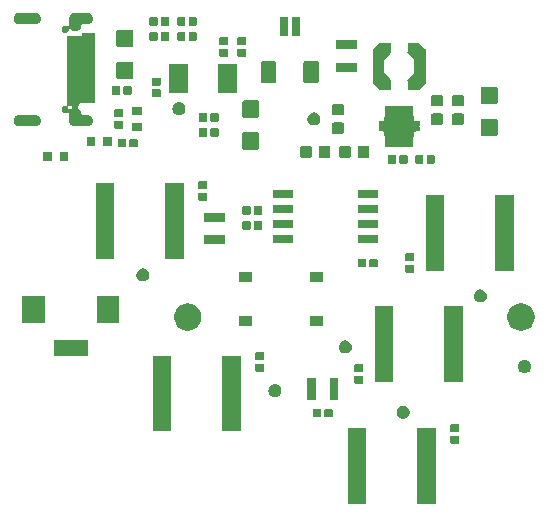
<source format=gbr>
G04 #@! TF.GenerationSoftware,KiCad,Pcbnew,5.1.5-52549c5~84~ubuntu18.04.1*
G04 #@! TF.CreationDate,2020-02-20T23:27:41+01:00*
G04 #@! TF.ProjectId,chase,63686173-652e-46b6-9963-61645f706362,rev?*
G04 #@! TF.SameCoordinates,Original*
G04 #@! TF.FileFunction,Soldermask,Bot*
G04 #@! TF.FilePolarity,Negative*
%FSLAX46Y46*%
G04 Gerber Fmt 4.6, Leading zero omitted, Abs format (unit mm)*
G04 Created by KiCad (PCBNEW 5.1.5-52549c5~84~ubuntu18.04.1) date 2020-02-20 23:27:41*
%MOMM*%
%LPD*%
G04 APERTURE LIST*
%ADD10C,0.100000*%
G04 APERTURE END LIST*
D10*
G36*
X136860500Y-142629000D02*
G01*
X135283500Y-142629000D01*
X135283500Y-136227000D01*
X136860500Y-136227000D01*
X136860500Y-142629000D01*
G37*
G36*
X130984500Y-142629000D02*
G01*
X129407500Y-142629000D01*
X129407500Y-136227000D01*
X130984500Y-136227000D01*
X130984500Y-142629000D01*
G37*
G36*
X138750938Y-136832716D02*
G01*
X138771557Y-136838971D01*
X138790553Y-136849124D01*
X138807208Y-136862792D01*
X138820876Y-136879447D01*
X138831029Y-136898443D01*
X138837284Y-136919062D01*
X138840000Y-136946640D01*
X138840000Y-137405360D01*
X138837284Y-137432938D01*
X138831029Y-137453557D01*
X138820876Y-137472553D01*
X138807208Y-137489208D01*
X138790553Y-137502876D01*
X138771557Y-137513029D01*
X138750938Y-137519284D01*
X138723360Y-137522000D01*
X138214640Y-137522000D01*
X138187062Y-137519284D01*
X138166443Y-137513029D01*
X138147447Y-137502876D01*
X138130792Y-137489208D01*
X138117124Y-137472553D01*
X138106971Y-137453557D01*
X138100716Y-137432938D01*
X138098000Y-137405360D01*
X138098000Y-136946640D01*
X138100716Y-136919062D01*
X138106971Y-136898443D01*
X138117124Y-136879447D01*
X138130792Y-136862792D01*
X138147447Y-136849124D01*
X138166443Y-136838971D01*
X138187062Y-136832716D01*
X138214640Y-136830000D01*
X138723360Y-136830000D01*
X138750938Y-136832716D01*
G37*
G36*
X138750938Y-135862716D02*
G01*
X138771557Y-135868971D01*
X138790553Y-135879124D01*
X138807208Y-135892792D01*
X138820876Y-135909447D01*
X138831029Y-135928443D01*
X138837284Y-135949062D01*
X138840000Y-135976640D01*
X138840000Y-136435360D01*
X138837284Y-136462938D01*
X138831029Y-136483557D01*
X138820876Y-136502553D01*
X138807208Y-136519208D01*
X138790553Y-136532876D01*
X138771557Y-136543029D01*
X138750938Y-136549284D01*
X138723360Y-136552000D01*
X138214640Y-136552000D01*
X138187062Y-136549284D01*
X138166443Y-136543029D01*
X138147447Y-136532876D01*
X138130792Y-136519208D01*
X138117124Y-136502553D01*
X138106971Y-136483557D01*
X138100716Y-136462938D01*
X138098000Y-136435360D01*
X138098000Y-135976640D01*
X138100716Y-135949062D01*
X138106971Y-135928443D01*
X138117124Y-135909447D01*
X138130792Y-135892792D01*
X138147447Y-135879124D01*
X138166443Y-135868971D01*
X138187062Y-135862716D01*
X138214640Y-135860000D01*
X138723360Y-135860000D01*
X138750938Y-135862716D01*
G37*
G36*
X114456500Y-136453000D02*
G01*
X112879500Y-136453000D01*
X112879500Y-130051000D01*
X114456500Y-130051000D01*
X114456500Y-136453000D01*
G37*
G36*
X120332500Y-136453000D02*
G01*
X118755500Y-136453000D01*
X118755500Y-130051000D01*
X120332500Y-130051000D01*
X120332500Y-136453000D01*
G37*
G36*
X134248221Y-134319674D02*
G01*
X134348495Y-134361209D01*
X134348496Y-134361210D01*
X134438742Y-134421510D01*
X134515490Y-134498258D01*
X134515491Y-134498260D01*
X134575791Y-134588505D01*
X134617326Y-134688779D01*
X134638500Y-134795230D01*
X134638500Y-134903770D01*
X134617326Y-135010221D01*
X134575791Y-135110495D01*
X134552902Y-135144751D01*
X134515490Y-135200742D01*
X134438742Y-135277490D01*
X134428999Y-135284000D01*
X134348495Y-135337791D01*
X134248221Y-135379326D01*
X134141770Y-135400500D01*
X134033230Y-135400500D01*
X133926779Y-135379326D01*
X133826505Y-135337791D01*
X133746001Y-135284000D01*
X133736258Y-135277490D01*
X133659510Y-135200742D01*
X133622098Y-135144751D01*
X133599209Y-135110495D01*
X133557674Y-135010221D01*
X133536500Y-134903770D01*
X133536500Y-134795230D01*
X133557674Y-134688779D01*
X133599209Y-134588505D01*
X133659509Y-134498260D01*
X133659510Y-134498258D01*
X133736258Y-134421510D01*
X133826504Y-134361210D01*
X133826505Y-134361209D01*
X133926779Y-134319674D01*
X134033230Y-134298500D01*
X134141770Y-134298500D01*
X134248221Y-134319674D01*
G37*
G36*
X127064938Y-134544716D02*
G01*
X127085557Y-134550971D01*
X127104553Y-134561124D01*
X127121208Y-134574792D01*
X127134876Y-134591447D01*
X127145029Y-134610443D01*
X127151284Y-134631062D01*
X127154000Y-134658640D01*
X127154000Y-135167360D01*
X127151284Y-135194938D01*
X127145029Y-135215557D01*
X127134876Y-135234553D01*
X127121208Y-135251208D01*
X127104553Y-135264876D01*
X127085557Y-135275029D01*
X127064938Y-135281284D01*
X127037360Y-135284000D01*
X126578640Y-135284000D01*
X126551062Y-135281284D01*
X126530443Y-135275029D01*
X126511447Y-135264876D01*
X126494792Y-135251208D01*
X126481124Y-135234553D01*
X126470971Y-135215557D01*
X126464716Y-135194938D01*
X126462000Y-135167360D01*
X126462000Y-134658640D01*
X126464716Y-134631062D01*
X126470971Y-134610443D01*
X126481124Y-134591447D01*
X126494792Y-134574792D01*
X126511447Y-134561124D01*
X126530443Y-134550971D01*
X126551062Y-134544716D01*
X126578640Y-134542000D01*
X127037360Y-134542000D01*
X127064938Y-134544716D01*
G37*
G36*
X128034938Y-134544716D02*
G01*
X128055557Y-134550971D01*
X128074553Y-134561124D01*
X128091208Y-134574792D01*
X128104876Y-134591447D01*
X128115029Y-134610443D01*
X128121284Y-134631062D01*
X128124000Y-134658640D01*
X128124000Y-135167360D01*
X128121284Y-135194938D01*
X128115029Y-135215557D01*
X128104876Y-135234553D01*
X128091208Y-135251208D01*
X128074553Y-135264876D01*
X128055557Y-135275029D01*
X128034938Y-135281284D01*
X128007360Y-135284000D01*
X127548640Y-135284000D01*
X127521062Y-135281284D01*
X127500443Y-135275029D01*
X127481447Y-135264876D01*
X127464792Y-135251208D01*
X127451124Y-135234553D01*
X127440971Y-135215557D01*
X127434716Y-135194938D01*
X127432000Y-135167360D01*
X127432000Y-134658640D01*
X127434716Y-134631062D01*
X127440971Y-134610443D01*
X127451124Y-134591447D01*
X127464792Y-134574792D01*
X127481447Y-134561124D01*
X127500443Y-134550971D01*
X127521062Y-134544716D01*
X127548640Y-134542000D01*
X128007360Y-134542000D01*
X128034938Y-134544716D01*
G37*
G36*
X128619000Y-133782000D02*
G01*
X127867000Y-133782000D01*
X127867000Y-131980000D01*
X128619000Y-131980000D01*
X128619000Y-133782000D01*
G37*
G36*
X126719000Y-133782000D02*
G01*
X125967000Y-133782000D01*
X125967000Y-131980000D01*
X126719000Y-131980000D01*
X126719000Y-133782000D01*
G37*
G36*
X123389721Y-132478174D02*
G01*
X123489995Y-132519709D01*
X123489996Y-132519710D01*
X123580242Y-132580010D01*
X123656990Y-132656758D01*
X123656991Y-132656760D01*
X123717291Y-132747005D01*
X123758826Y-132847279D01*
X123780000Y-132953730D01*
X123780000Y-133062270D01*
X123758826Y-133168721D01*
X123717291Y-133268995D01*
X123695906Y-133301000D01*
X123656990Y-133359242D01*
X123580242Y-133435990D01*
X123534812Y-133466345D01*
X123489995Y-133496291D01*
X123389721Y-133537826D01*
X123283270Y-133559000D01*
X123174730Y-133559000D01*
X123068279Y-133537826D01*
X122968005Y-133496291D01*
X122923188Y-133466345D01*
X122877758Y-133435990D01*
X122801010Y-133359242D01*
X122762094Y-133301000D01*
X122740709Y-133268995D01*
X122699174Y-133168721D01*
X122678000Y-133062270D01*
X122678000Y-132953730D01*
X122699174Y-132847279D01*
X122740709Y-132747005D01*
X122801009Y-132656760D01*
X122801010Y-132656758D01*
X122877758Y-132580010D01*
X122968004Y-132519710D01*
X122968005Y-132519709D01*
X123068279Y-132478174D01*
X123174730Y-132457000D01*
X123283270Y-132457000D01*
X123389721Y-132478174D01*
G37*
G36*
X130622938Y-131752716D02*
G01*
X130643557Y-131758971D01*
X130662553Y-131769124D01*
X130679208Y-131782792D01*
X130692876Y-131799447D01*
X130703029Y-131818443D01*
X130709284Y-131839062D01*
X130712000Y-131866640D01*
X130712000Y-132325360D01*
X130709284Y-132352938D01*
X130703029Y-132373557D01*
X130692876Y-132392553D01*
X130679208Y-132409208D01*
X130662553Y-132422876D01*
X130643557Y-132433029D01*
X130622938Y-132439284D01*
X130595360Y-132442000D01*
X130086640Y-132442000D01*
X130059062Y-132439284D01*
X130038443Y-132433029D01*
X130019447Y-132422876D01*
X130002792Y-132409208D01*
X129989124Y-132392553D01*
X129978971Y-132373557D01*
X129972716Y-132352938D01*
X129970000Y-132325360D01*
X129970000Y-131866640D01*
X129972716Y-131839062D01*
X129978971Y-131818443D01*
X129989124Y-131799447D01*
X130002792Y-131782792D01*
X130019447Y-131769124D01*
X130038443Y-131758971D01*
X130059062Y-131752716D01*
X130086640Y-131750000D01*
X130595360Y-131750000D01*
X130622938Y-131752716D01*
G37*
G36*
X139147500Y-132272000D02*
G01*
X137570500Y-132272000D01*
X137570500Y-125870000D01*
X139147500Y-125870000D01*
X139147500Y-132272000D01*
G37*
G36*
X133271500Y-132272000D02*
G01*
X131694500Y-132272000D01*
X131694500Y-125870000D01*
X133271500Y-125870000D01*
X133271500Y-132272000D01*
G37*
G36*
X144535221Y-130446174D02*
G01*
X144635495Y-130487709D01*
X144635496Y-130487710D01*
X144725742Y-130548010D01*
X144802490Y-130624758D01*
X144802491Y-130624760D01*
X144862791Y-130715005D01*
X144904326Y-130815279D01*
X144925500Y-130921730D01*
X144925500Y-131030270D01*
X144904326Y-131136721D01*
X144862791Y-131236995D01*
X144862790Y-131236996D01*
X144802490Y-131327242D01*
X144725742Y-131403990D01*
X144699792Y-131421329D01*
X144635495Y-131464291D01*
X144535221Y-131505826D01*
X144428770Y-131527000D01*
X144320230Y-131527000D01*
X144213779Y-131505826D01*
X144113505Y-131464291D01*
X144049208Y-131421329D01*
X144023258Y-131403990D01*
X143946510Y-131327242D01*
X143886210Y-131236996D01*
X143886209Y-131236995D01*
X143844674Y-131136721D01*
X143823500Y-131030270D01*
X143823500Y-130921730D01*
X143844674Y-130815279D01*
X143886209Y-130715005D01*
X143946509Y-130624760D01*
X143946510Y-130624758D01*
X144023258Y-130548010D01*
X144113504Y-130487710D01*
X144113505Y-130487709D01*
X144213779Y-130446174D01*
X144320230Y-130425000D01*
X144428770Y-130425000D01*
X144535221Y-130446174D01*
G37*
G36*
X130622938Y-130782716D02*
G01*
X130643557Y-130788971D01*
X130662553Y-130799124D01*
X130679208Y-130812792D01*
X130692876Y-130829447D01*
X130703029Y-130848443D01*
X130709284Y-130869062D01*
X130712000Y-130896640D01*
X130712000Y-131355360D01*
X130709284Y-131382938D01*
X130703029Y-131403557D01*
X130692876Y-131422553D01*
X130679208Y-131439208D01*
X130662553Y-131452876D01*
X130643557Y-131463029D01*
X130622938Y-131469284D01*
X130595360Y-131472000D01*
X130086640Y-131472000D01*
X130059062Y-131469284D01*
X130038443Y-131463029D01*
X130019447Y-131452876D01*
X130002792Y-131439208D01*
X129989124Y-131422553D01*
X129978971Y-131403557D01*
X129972716Y-131382938D01*
X129970000Y-131355360D01*
X129970000Y-130896640D01*
X129972716Y-130869062D01*
X129978971Y-130848443D01*
X129989124Y-130829447D01*
X130002792Y-130812792D01*
X130019447Y-130799124D01*
X130038443Y-130788971D01*
X130059062Y-130782716D01*
X130086640Y-130780000D01*
X130595360Y-130780000D01*
X130622938Y-130782716D01*
G37*
G36*
X122240938Y-130736716D02*
G01*
X122261557Y-130742971D01*
X122280553Y-130753124D01*
X122297208Y-130766792D01*
X122310876Y-130783447D01*
X122321029Y-130802443D01*
X122327284Y-130823062D01*
X122330000Y-130850640D01*
X122330000Y-131309360D01*
X122327284Y-131336938D01*
X122321029Y-131357557D01*
X122310876Y-131376553D01*
X122297208Y-131393208D01*
X122280553Y-131406876D01*
X122261557Y-131417029D01*
X122240938Y-131423284D01*
X122213360Y-131426000D01*
X121704640Y-131426000D01*
X121677062Y-131423284D01*
X121656443Y-131417029D01*
X121637447Y-131406876D01*
X121620792Y-131393208D01*
X121607124Y-131376553D01*
X121596971Y-131357557D01*
X121590716Y-131336938D01*
X121588000Y-131309360D01*
X121588000Y-130850640D01*
X121590716Y-130823062D01*
X121596971Y-130802443D01*
X121607124Y-130783447D01*
X121620792Y-130766792D01*
X121637447Y-130753124D01*
X121656443Y-130742971D01*
X121677062Y-130736716D01*
X121704640Y-130734000D01*
X122213360Y-130734000D01*
X122240938Y-130736716D01*
G37*
G36*
X122240938Y-129766716D02*
G01*
X122261557Y-129772971D01*
X122280553Y-129783124D01*
X122297208Y-129796792D01*
X122310876Y-129813447D01*
X122321029Y-129832443D01*
X122327284Y-129853062D01*
X122330000Y-129880640D01*
X122330000Y-130339360D01*
X122327284Y-130366938D01*
X122321029Y-130387557D01*
X122310876Y-130406553D01*
X122297208Y-130423208D01*
X122280553Y-130436876D01*
X122261557Y-130447029D01*
X122240938Y-130453284D01*
X122213360Y-130456000D01*
X121704640Y-130456000D01*
X121677062Y-130453284D01*
X121656443Y-130447029D01*
X121637447Y-130436876D01*
X121620792Y-130423208D01*
X121607124Y-130406553D01*
X121596971Y-130387557D01*
X121590716Y-130366938D01*
X121588000Y-130339360D01*
X121588000Y-129880640D01*
X121590716Y-129853062D01*
X121596971Y-129832443D01*
X121607124Y-129813447D01*
X121620792Y-129796792D01*
X121637447Y-129783124D01*
X121656443Y-129772971D01*
X121677062Y-129766716D01*
X121704640Y-129764000D01*
X122213360Y-129764000D01*
X122240938Y-129766716D01*
G37*
G36*
X107408000Y-130098000D02*
G01*
X104506000Y-130098000D01*
X104506000Y-128696000D01*
X107408000Y-128696000D01*
X107408000Y-130098000D01*
G37*
G36*
X129358721Y-128795174D02*
G01*
X129458995Y-128836709D01*
X129458996Y-128836710D01*
X129549242Y-128897010D01*
X129625990Y-128973758D01*
X129625991Y-128973760D01*
X129686291Y-129064005D01*
X129727826Y-129164279D01*
X129749000Y-129270730D01*
X129749000Y-129379270D01*
X129727826Y-129485721D01*
X129686291Y-129585995D01*
X129686290Y-129585996D01*
X129625990Y-129676242D01*
X129549242Y-129752990D01*
X129519338Y-129772971D01*
X129458995Y-129813291D01*
X129358721Y-129854826D01*
X129252270Y-129876000D01*
X129143730Y-129876000D01*
X129037279Y-129854826D01*
X128937005Y-129813291D01*
X128876662Y-129772971D01*
X128846758Y-129752990D01*
X128770010Y-129676242D01*
X128709710Y-129585996D01*
X128709709Y-129585995D01*
X128668174Y-129485721D01*
X128647000Y-129379270D01*
X128647000Y-129270730D01*
X128668174Y-129164279D01*
X128709709Y-129064005D01*
X128770009Y-128973760D01*
X128770010Y-128973758D01*
X128846758Y-128897010D01*
X128937004Y-128836710D01*
X128937005Y-128836709D01*
X129037279Y-128795174D01*
X129143730Y-128774000D01*
X129252270Y-128774000D01*
X129358721Y-128795174D01*
G37*
G36*
X144304049Y-125656116D02*
G01*
X144415234Y-125678232D01*
X144624703Y-125764997D01*
X144813220Y-125890960D01*
X144973540Y-126051280D01*
X145099503Y-126239797D01*
X145186268Y-126449266D01*
X145230500Y-126671636D01*
X145230500Y-126898364D01*
X145186268Y-127120734D01*
X145099503Y-127330203D01*
X144973540Y-127518720D01*
X144813220Y-127679040D01*
X144624703Y-127805003D01*
X144415234Y-127891768D01*
X144304049Y-127913884D01*
X144192865Y-127936000D01*
X143966135Y-127936000D01*
X143854951Y-127913884D01*
X143743766Y-127891768D01*
X143534297Y-127805003D01*
X143345780Y-127679040D01*
X143185460Y-127518720D01*
X143059497Y-127330203D01*
X142972732Y-127120734D01*
X142928500Y-126898364D01*
X142928500Y-126671636D01*
X142972732Y-126449266D01*
X143059497Y-126239797D01*
X143185460Y-126051280D01*
X143345780Y-125890960D01*
X143534297Y-125764997D01*
X143743766Y-125678232D01*
X143854951Y-125656116D01*
X143966135Y-125634000D01*
X144192865Y-125634000D01*
X144304049Y-125656116D01*
G37*
G36*
X116087549Y-125656116D02*
G01*
X116198734Y-125678232D01*
X116408203Y-125764997D01*
X116596720Y-125890960D01*
X116757040Y-126051280D01*
X116883003Y-126239797D01*
X116969768Y-126449266D01*
X117014000Y-126671636D01*
X117014000Y-126898364D01*
X116969768Y-127120734D01*
X116883003Y-127330203D01*
X116757040Y-127518720D01*
X116596720Y-127679040D01*
X116408203Y-127805003D01*
X116198734Y-127891768D01*
X116087549Y-127913884D01*
X115976365Y-127936000D01*
X115749635Y-127936000D01*
X115638451Y-127913884D01*
X115527266Y-127891768D01*
X115317797Y-127805003D01*
X115129280Y-127679040D01*
X114968960Y-127518720D01*
X114842997Y-127330203D01*
X114756232Y-127120734D01*
X114712000Y-126898364D01*
X114712000Y-126671636D01*
X114756232Y-126449266D01*
X114842997Y-126239797D01*
X114968960Y-126051280D01*
X115129280Y-125890960D01*
X115317797Y-125764997D01*
X115527266Y-125678232D01*
X115638451Y-125656116D01*
X115749635Y-125634000D01*
X115976365Y-125634000D01*
X116087549Y-125656116D01*
G37*
G36*
X121288000Y-127562000D02*
G01*
X120186000Y-127562000D01*
X120186000Y-126710000D01*
X121288000Y-126710000D01*
X121288000Y-127562000D01*
G37*
G36*
X127288000Y-127562000D02*
G01*
X126186000Y-127562000D01*
X126186000Y-126710000D01*
X127288000Y-126710000D01*
X127288000Y-127562000D01*
G37*
G36*
X103758000Y-127298000D02*
G01*
X101856000Y-127298000D01*
X101856000Y-124996000D01*
X103758000Y-124996000D01*
X103758000Y-127298000D01*
G37*
G36*
X110058000Y-127298000D02*
G01*
X108156000Y-127298000D01*
X108156000Y-124996000D01*
X110058000Y-124996000D01*
X110058000Y-127298000D01*
G37*
G36*
X140788721Y-124477174D02*
G01*
X140888995Y-124518709D01*
X140888996Y-124518710D01*
X140979242Y-124579010D01*
X141055990Y-124655758D01*
X141055991Y-124655760D01*
X141116291Y-124746005D01*
X141157826Y-124846279D01*
X141179000Y-124952730D01*
X141179000Y-125061270D01*
X141157826Y-125167721D01*
X141116291Y-125267995D01*
X141116290Y-125267996D01*
X141055990Y-125358242D01*
X140979242Y-125434990D01*
X140933812Y-125465345D01*
X140888995Y-125495291D01*
X140788721Y-125536826D01*
X140682270Y-125558000D01*
X140573730Y-125558000D01*
X140467279Y-125536826D01*
X140367005Y-125495291D01*
X140322188Y-125465345D01*
X140276758Y-125434990D01*
X140200010Y-125358242D01*
X140139710Y-125267996D01*
X140139709Y-125267995D01*
X140098174Y-125167721D01*
X140077000Y-125061270D01*
X140077000Y-124952730D01*
X140098174Y-124846279D01*
X140139709Y-124746005D01*
X140200009Y-124655760D01*
X140200010Y-124655758D01*
X140276758Y-124579010D01*
X140367004Y-124518710D01*
X140367005Y-124518709D01*
X140467279Y-124477174D01*
X140573730Y-124456000D01*
X140682270Y-124456000D01*
X140788721Y-124477174D01*
G37*
G36*
X127288000Y-123812000D02*
G01*
X126186000Y-123812000D01*
X126186000Y-122960000D01*
X127288000Y-122960000D01*
X127288000Y-123812000D01*
G37*
G36*
X121288000Y-123812000D02*
G01*
X120186000Y-123812000D01*
X120186000Y-122960000D01*
X121288000Y-122960000D01*
X121288000Y-123812000D01*
G37*
G36*
X112213721Y-122699174D02*
G01*
X112313995Y-122740709D01*
X112313996Y-122740710D01*
X112404242Y-122801010D01*
X112480990Y-122877758D01*
X112480991Y-122877760D01*
X112541291Y-122968005D01*
X112582826Y-123068279D01*
X112604000Y-123174730D01*
X112604000Y-123283270D01*
X112582826Y-123389721D01*
X112541291Y-123489995D01*
X112541290Y-123489996D01*
X112480990Y-123580242D01*
X112404242Y-123656990D01*
X112358812Y-123687345D01*
X112313995Y-123717291D01*
X112213721Y-123758826D01*
X112107270Y-123780000D01*
X111998730Y-123780000D01*
X111892279Y-123758826D01*
X111792005Y-123717291D01*
X111747188Y-123687345D01*
X111701758Y-123656990D01*
X111625010Y-123580242D01*
X111564710Y-123489996D01*
X111564709Y-123489995D01*
X111523174Y-123389721D01*
X111502000Y-123283270D01*
X111502000Y-123174730D01*
X111523174Y-123068279D01*
X111564709Y-122968005D01*
X111625009Y-122877760D01*
X111625010Y-122877758D01*
X111701758Y-122801010D01*
X111792004Y-122740710D01*
X111792005Y-122740709D01*
X111892279Y-122699174D01*
X111998730Y-122678000D01*
X112107270Y-122678000D01*
X112213721Y-122699174D01*
G37*
G36*
X134940938Y-122354716D02*
G01*
X134961557Y-122360971D01*
X134980553Y-122371124D01*
X134997208Y-122384792D01*
X135010876Y-122401447D01*
X135021029Y-122420443D01*
X135027284Y-122441062D01*
X135030000Y-122468640D01*
X135030000Y-122927360D01*
X135027284Y-122954938D01*
X135021029Y-122975557D01*
X135010876Y-122994553D01*
X134997208Y-123011208D01*
X134980553Y-123024876D01*
X134961557Y-123035029D01*
X134940938Y-123041284D01*
X134913360Y-123044000D01*
X134404640Y-123044000D01*
X134377062Y-123041284D01*
X134356443Y-123035029D01*
X134337447Y-123024876D01*
X134320792Y-123011208D01*
X134307124Y-122994553D01*
X134296971Y-122975557D01*
X134290716Y-122954938D01*
X134288000Y-122927360D01*
X134288000Y-122468640D01*
X134290716Y-122441062D01*
X134296971Y-122420443D01*
X134307124Y-122401447D01*
X134320792Y-122384792D01*
X134337447Y-122371124D01*
X134356443Y-122360971D01*
X134377062Y-122354716D01*
X134404640Y-122352000D01*
X134913360Y-122352000D01*
X134940938Y-122354716D01*
G37*
G36*
X137589500Y-122874000D02*
G01*
X136012500Y-122874000D01*
X136012500Y-116472000D01*
X137589500Y-116472000D01*
X137589500Y-122874000D01*
G37*
G36*
X143465500Y-122874000D02*
G01*
X141888500Y-122874000D01*
X141888500Y-116472000D01*
X143465500Y-116472000D01*
X143465500Y-122874000D01*
G37*
G36*
X130874938Y-121844716D02*
G01*
X130895557Y-121850971D01*
X130914553Y-121861124D01*
X130931208Y-121874792D01*
X130944876Y-121891447D01*
X130955029Y-121910443D01*
X130961284Y-121931062D01*
X130964000Y-121958640D01*
X130964000Y-122467360D01*
X130961284Y-122494938D01*
X130955029Y-122515557D01*
X130944876Y-122534553D01*
X130931208Y-122551208D01*
X130914553Y-122564876D01*
X130895557Y-122575029D01*
X130874938Y-122581284D01*
X130847360Y-122584000D01*
X130388640Y-122584000D01*
X130361062Y-122581284D01*
X130340443Y-122575029D01*
X130321447Y-122564876D01*
X130304792Y-122551208D01*
X130291124Y-122534553D01*
X130280971Y-122515557D01*
X130274716Y-122494938D01*
X130272000Y-122467360D01*
X130272000Y-121958640D01*
X130274716Y-121931062D01*
X130280971Y-121910443D01*
X130291124Y-121891447D01*
X130304792Y-121874792D01*
X130321447Y-121861124D01*
X130340443Y-121850971D01*
X130361062Y-121844716D01*
X130388640Y-121842000D01*
X130847360Y-121842000D01*
X130874938Y-121844716D01*
G37*
G36*
X131844938Y-121844716D02*
G01*
X131865557Y-121850971D01*
X131884553Y-121861124D01*
X131901208Y-121874792D01*
X131914876Y-121891447D01*
X131925029Y-121910443D01*
X131931284Y-121931062D01*
X131934000Y-121958640D01*
X131934000Y-122467360D01*
X131931284Y-122494938D01*
X131925029Y-122515557D01*
X131914876Y-122534553D01*
X131901208Y-122551208D01*
X131884553Y-122564876D01*
X131865557Y-122575029D01*
X131844938Y-122581284D01*
X131817360Y-122584000D01*
X131358640Y-122584000D01*
X131331062Y-122581284D01*
X131310443Y-122575029D01*
X131291447Y-122564876D01*
X131274792Y-122551208D01*
X131261124Y-122534553D01*
X131250971Y-122515557D01*
X131244716Y-122494938D01*
X131242000Y-122467360D01*
X131242000Y-121958640D01*
X131244716Y-121931062D01*
X131250971Y-121910443D01*
X131261124Y-121891447D01*
X131274792Y-121874792D01*
X131291447Y-121861124D01*
X131310443Y-121850971D01*
X131331062Y-121844716D01*
X131358640Y-121842000D01*
X131817360Y-121842000D01*
X131844938Y-121844716D01*
G37*
G36*
X134940938Y-121384716D02*
G01*
X134961557Y-121390971D01*
X134980553Y-121401124D01*
X134997208Y-121414792D01*
X135010876Y-121431447D01*
X135021029Y-121450443D01*
X135027284Y-121471062D01*
X135030000Y-121498640D01*
X135030000Y-121957360D01*
X135027284Y-121984938D01*
X135021029Y-122005557D01*
X135010876Y-122024553D01*
X134997208Y-122041208D01*
X134980553Y-122054876D01*
X134961557Y-122065029D01*
X134940938Y-122071284D01*
X134913360Y-122074000D01*
X134404640Y-122074000D01*
X134377062Y-122071284D01*
X134356443Y-122065029D01*
X134337447Y-122054876D01*
X134320792Y-122041208D01*
X134307124Y-122024553D01*
X134296971Y-122005557D01*
X134290716Y-121984938D01*
X134288000Y-121957360D01*
X134288000Y-121498640D01*
X134290716Y-121471062D01*
X134296971Y-121450443D01*
X134307124Y-121431447D01*
X134320792Y-121414792D01*
X134337447Y-121401124D01*
X134356443Y-121390971D01*
X134377062Y-121384716D01*
X134404640Y-121382000D01*
X134913360Y-121382000D01*
X134940938Y-121384716D01*
G37*
G36*
X109649500Y-121858000D02*
G01*
X108072500Y-121858000D01*
X108072500Y-115456000D01*
X109649500Y-115456000D01*
X109649500Y-121858000D01*
G37*
G36*
X115525500Y-121858000D02*
G01*
X113948500Y-121858000D01*
X113948500Y-115456000D01*
X115525500Y-115456000D01*
X115525500Y-121858000D01*
G37*
G36*
X119050000Y-120618000D02*
G01*
X117248000Y-120618000D01*
X117248000Y-119866000D01*
X119050000Y-119866000D01*
X119050000Y-120618000D01*
G37*
G36*
X124662928Y-119832764D02*
G01*
X124684009Y-119839160D01*
X124703445Y-119849548D01*
X124720476Y-119863524D01*
X124734452Y-119880555D01*
X124744840Y-119899991D01*
X124751236Y-119921072D01*
X124754000Y-119949140D01*
X124754000Y-120412860D01*
X124751236Y-120440928D01*
X124744840Y-120462009D01*
X124734452Y-120481445D01*
X124720476Y-120498476D01*
X124703445Y-120512452D01*
X124684009Y-120522840D01*
X124662928Y-120529236D01*
X124634860Y-120532000D01*
X123171140Y-120532000D01*
X123143072Y-120529236D01*
X123121991Y-120522840D01*
X123102555Y-120512452D01*
X123085524Y-120498476D01*
X123071548Y-120481445D01*
X123061160Y-120462009D01*
X123054764Y-120440928D01*
X123052000Y-120412860D01*
X123052000Y-119949140D01*
X123054764Y-119921072D01*
X123061160Y-119899991D01*
X123071548Y-119880555D01*
X123085524Y-119863524D01*
X123102555Y-119849548D01*
X123121991Y-119839160D01*
X123143072Y-119832764D01*
X123171140Y-119830000D01*
X124634860Y-119830000D01*
X124662928Y-119832764D01*
G37*
G36*
X131862928Y-119832764D02*
G01*
X131884009Y-119839160D01*
X131903445Y-119849548D01*
X131920476Y-119863524D01*
X131934452Y-119880555D01*
X131944840Y-119899991D01*
X131951236Y-119921072D01*
X131954000Y-119949140D01*
X131954000Y-120412860D01*
X131951236Y-120440928D01*
X131944840Y-120462009D01*
X131934452Y-120481445D01*
X131920476Y-120498476D01*
X131903445Y-120512452D01*
X131884009Y-120522840D01*
X131862928Y-120529236D01*
X131834860Y-120532000D01*
X130371140Y-120532000D01*
X130343072Y-120529236D01*
X130321991Y-120522840D01*
X130302555Y-120512452D01*
X130285524Y-120498476D01*
X130271548Y-120481445D01*
X130261160Y-120462009D01*
X130254764Y-120440928D01*
X130252000Y-120412860D01*
X130252000Y-119949140D01*
X130254764Y-119921072D01*
X130261160Y-119899991D01*
X130271548Y-119880555D01*
X130285524Y-119863524D01*
X130302555Y-119849548D01*
X130321991Y-119839160D01*
X130343072Y-119832764D01*
X130371140Y-119830000D01*
X131834860Y-119830000D01*
X131862928Y-119832764D01*
G37*
G36*
X122065938Y-118669716D02*
G01*
X122086557Y-118675971D01*
X122105553Y-118686124D01*
X122122208Y-118699792D01*
X122135876Y-118716447D01*
X122146029Y-118735443D01*
X122152284Y-118756062D01*
X122155000Y-118783640D01*
X122155000Y-119292360D01*
X122152284Y-119319938D01*
X122146029Y-119340557D01*
X122135876Y-119359553D01*
X122122208Y-119376208D01*
X122105553Y-119389876D01*
X122086557Y-119400029D01*
X122065938Y-119406284D01*
X122038360Y-119409000D01*
X121579640Y-119409000D01*
X121552062Y-119406284D01*
X121531443Y-119400029D01*
X121512447Y-119389876D01*
X121495792Y-119376208D01*
X121482124Y-119359553D01*
X121471971Y-119340557D01*
X121465716Y-119319938D01*
X121463000Y-119292360D01*
X121463000Y-118783640D01*
X121465716Y-118756062D01*
X121471971Y-118735443D01*
X121482124Y-118716447D01*
X121495792Y-118699792D01*
X121512447Y-118686124D01*
X121531443Y-118675971D01*
X121552062Y-118669716D01*
X121579640Y-118667000D01*
X122038360Y-118667000D01*
X122065938Y-118669716D01*
G37*
G36*
X121095938Y-118669716D02*
G01*
X121116557Y-118675971D01*
X121135553Y-118686124D01*
X121152208Y-118699792D01*
X121165876Y-118716447D01*
X121176029Y-118735443D01*
X121182284Y-118756062D01*
X121185000Y-118783640D01*
X121185000Y-119292360D01*
X121182284Y-119319938D01*
X121176029Y-119340557D01*
X121165876Y-119359553D01*
X121152208Y-119376208D01*
X121135553Y-119389876D01*
X121116557Y-119400029D01*
X121095938Y-119406284D01*
X121068360Y-119409000D01*
X120609640Y-119409000D01*
X120582062Y-119406284D01*
X120561443Y-119400029D01*
X120542447Y-119389876D01*
X120525792Y-119376208D01*
X120512124Y-119359553D01*
X120501971Y-119340557D01*
X120495716Y-119319938D01*
X120493000Y-119292360D01*
X120493000Y-118783640D01*
X120495716Y-118756062D01*
X120501971Y-118735443D01*
X120512124Y-118716447D01*
X120525792Y-118699792D01*
X120542447Y-118686124D01*
X120561443Y-118675971D01*
X120582062Y-118669716D01*
X120609640Y-118667000D01*
X121068360Y-118667000D01*
X121095938Y-118669716D01*
G37*
G36*
X131862928Y-118562764D02*
G01*
X131884009Y-118569160D01*
X131903445Y-118579548D01*
X131920476Y-118593524D01*
X131934452Y-118610555D01*
X131944840Y-118629991D01*
X131951236Y-118651072D01*
X131954000Y-118679140D01*
X131954000Y-119142860D01*
X131951236Y-119170928D01*
X131944840Y-119192009D01*
X131934452Y-119211445D01*
X131920476Y-119228476D01*
X131903445Y-119242452D01*
X131884009Y-119252840D01*
X131862928Y-119259236D01*
X131834860Y-119262000D01*
X130371140Y-119262000D01*
X130343072Y-119259236D01*
X130321991Y-119252840D01*
X130302555Y-119242452D01*
X130285524Y-119228476D01*
X130271548Y-119211445D01*
X130261160Y-119192009D01*
X130254764Y-119170928D01*
X130252000Y-119142860D01*
X130252000Y-118679140D01*
X130254764Y-118651072D01*
X130261160Y-118629991D01*
X130271548Y-118610555D01*
X130285524Y-118593524D01*
X130302555Y-118579548D01*
X130321991Y-118569160D01*
X130343072Y-118562764D01*
X130371140Y-118560000D01*
X131834860Y-118560000D01*
X131862928Y-118562764D01*
G37*
G36*
X124662928Y-118562764D02*
G01*
X124684009Y-118569160D01*
X124703445Y-118579548D01*
X124720476Y-118593524D01*
X124734452Y-118610555D01*
X124744840Y-118629991D01*
X124751236Y-118651072D01*
X124754000Y-118679140D01*
X124754000Y-119142860D01*
X124751236Y-119170928D01*
X124744840Y-119192009D01*
X124734452Y-119211445D01*
X124720476Y-119228476D01*
X124703445Y-119242452D01*
X124684009Y-119252840D01*
X124662928Y-119259236D01*
X124634860Y-119262000D01*
X123171140Y-119262000D01*
X123143072Y-119259236D01*
X123121991Y-119252840D01*
X123102555Y-119242452D01*
X123085524Y-119228476D01*
X123071548Y-119211445D01*
X123061160Y-119192009D01*
X123054764Y-119170928D01*
X123052000Y-119142860D01*
X123052000Y-118679140D01*
X123054764Y-118651072D01*
X123061160Y-118629991D01*
X123071548Y-118610555D01*
X123085524Y-118593524D01*
X123102555Y-118579548D01*
X123121991Y-118569160D01*
X123143072Y-118562764D01*
X123171140Y-118560000D01*
X124634860Y-118560000D01*
X124662928Y-118562764D01*
G37*
G36*
X119050000Y-118718000D02*
G01*
X117248000Y-118718000D01*
X117248000Y-117966000D01*
X119050000Y-117966000D01*
X119050000Y-118718000D01*
G37*
G36*
X121095938Y-117399716D02*
G01*
X121116557Y-117405971D01*
X121135553Y-117416124D01*
X121152208Y-117429792D01*
X121165876Y-117446447D01*
X121176029Y-117465443D01*
X121182284Y-117486062D01*
X121185000Y-117513640D01*
X121185000Y-118022360D01*
X121182284Y-118049938D01*
X121176029Y-118070557D01*
X121165876Y-118089553D01*
X121152208Y-118106208D01*
X121135553Y-118119876D01*
X121116557Y-118130029D01*
X121095938Y-118136284D01*
X121068360Y-118139000D01*
X120609640Y-118139000D01*
X120582062Y-118136284D01*
X120561443Y-118130029D01*
X120542447Y-118119876D01*
X120525792Y-118106208D01*
X120512124Y-118089553D01*
X120501971Y-118070557D01*
X120495716Y-118049938D01*
X120493000Y-118022360D01*
X120493000Y-117513640D01*
X120495716Y-117486062D01*
X120501971Y-117465443D01*
X120512124Y-117446447D01*
X120525792Y-117429792D01*
X120542447Y-117416124D01*
X120561443Y-117405971D01*
X120582062Y-117399716D01*
X120609640Y-117397000D01*
X121068360Y-117397000D01*
X121095938Y-117399716D01*
G37*
G36*
X122065938Y-117399716D02*
G01*
X122086557Y-117405971D01*
X122105553Y-117416124D01*
X122122208Y-117429792D01*
X122135876Y-117446447D01*
X122146029Y-117465443D01*
X122152284Y-117486062D01*
X122155000Y-117513640D01*
X122155000Y-118022360D01*
X122152284Y-118049938D01*
X122146029Y-118070557D01*
X122135876Y-118089553D01*
X122122208Y-118106208D01*
X122105553Y-118119876D01*
X122086557Y-118130029D01*
X122065938Y-118136284D01*
X122038360Y-118139000D01*
X121579640Y-118139000D01*
X121552062Y-118136284D01*
X121531443Y-118130029D01*
X121512447Y-118119876D01*
X121495792Y-118106208D01*
X121482124Y-118089553D01*
X121471971Y-118070557D01*
X121465716Y-118049938D01*
X121463000Y-118022360D01*
X121463000Y-117513640D01*
X121465716Y-117486062D01*
X121471971Y-117465443D01*
X121482124Y-117446447D01*
X121495792Y-117429792D01*
X121512447Y-117416124D01*
X121531443Y-117405971D01*
X121552062Y-117399716D01*
X121579640Y-117397000D01*
X122038360Y-117397000D01*
X122065938Y-117399716D01*
G37*
G36*
X131862928Y-117292764D02*
G01*
X131884009Y-117299160D01*
X131903445Y-117309548D01*
X131920476Y-117323524D01*
X131934452Y-117340555D01*
X131944840Y-117359991D01*
X131951236Y-117381072D01*
X131954000Y-117409140D01*
X131954000Y-117872860D01*
X131951236Y-117900928D01*
X131944840Y-117922009D01*
X131934452Y-117941445D01*
X131920476Y-117958476D01*
X131903445Y-117972452D01*
X131884009Y-117982840D01*
X131862928Y-117989236D01*
X131834860Y-117992000D01*
X130371140Y-117992000D01*
X130343072Y-117989236D01*
X130321991Y-117982840D01*
X130302555Y-117972452D01*
X130285524Y-117958476D01*
X130271548Y-117941445D01*
X130261160Y-117922009D01*
X130254764Y-117900928D01*
X130252000Y-117872860D01*
X130252000Y-117409140D01*
X130254764Y-117381072D01*
X130261160Y-117359991D01*
X130271548Y-117340555D01*
X130285524Y-117323524D01*
X130302555Y-117309548D01*
X130321991Y-117299160D01*
X130343072Y-117292764D01*
X130371140Y-117290000D01*
X131834860Y-117290000D01*
X131862928Y-117292764D01*
G37*
G36*
X124662928Y-117292764D02*
G01*
X124684009Y-117299160D01*
X124703445Y-117309548D01*
X124720476Y-117323524D01*
X124734452Y-117340555D01*
X124744840Y-117359991D01*
X124751236Y-117381072D01*
X124754000Y-117409140D01*
X124754000Y-117872860D01*
X124751236Y-117900928D01*
X124744840Y-117922009D01*
X124734452Y-117941445D01*
X124720476Y-117958476D01*
X124703445Y-117972452D01*
X124684009Y-117982840D01*
X124662928Y-117989236D01*
X124634860Y-117992000D01*
X123171140Y-117992000D01*
X123143072Y-117989236D01*
X123121991Y-117982840D01*
X123102555Y-117972452D01*
X123085524Y-117958476D01*
X123071548Y-117941445D01*
X123061160Y-117922009D01*
X123054764Y-117900928D01*
X123052000Y-117872860D01*
X123052000Y-117409140D01*
X123054764Y-117381072D01*
X123061160Y-117359991D01*
X123071548Y-117340555D01*
X123085524Y-117323524D01*
X123102555Y-117309548D01*
X123121991Y-117299160D01*
X123143072Y-117292764D01*
X123171140Y-117290000D01*
X124634860Y-117290000D01*
X124662928Y-117292764D01*
G37*
G36*
X117414938Y-116258716D02*
G01*
X117435557Y-116264971D01*
X117454553Y-116275124D01*
X117471208Y-116288792D01*
X117484876Y-116305447D01*
X117495029Y-116324443D01*
X117501284Y-116345062D01*
X117504000Y-116372640D01*
X117504000Y-116831360D01*
X117501284Y-116858938D01*
X117495029Y-116879557D01*
X117484876Y-116898553D01*
X117471208Y-116915208D01*
X117454553Y-116928876D01*
X117435557Y-116939029D01*
X117414938Y-116945284D01*
X117387360Y-116948000D01*
X116878640Y-116948000D01*
X116851062Y-116945284D01*
X116830443Y-116939029D01*
X116811447Y-116928876D01*
X116794792Y-116915208D01*
X116781124Y-116898553D01*
X116770971Y-116879557D01*
X116764716Y-116858938D01*
X116762000Y-116831360D01*
X116762000Y-116372640D01*
X116764716Y-116345062D01*
X116770971Y-116324443D01*
X116781124Y-116305447D01*
X116794792Y-116288792D01*
X116811447Y-116275124D01*
X116830443Y-116264971D01*
X116851062Y-116258716D01*
X116878640Y-116256000D01*
X117387360Y-116256000D01*
X117414938Y-116258716D01*
G37*
G36*
X124662928Y-116022764D02*
G01*
X124684009Y-116029160D01*
X124703445Y-116039548D01*
X124720476Y-116053524D01*
X124734452Y-116070555D01*
X124744840Y-116089991D01*
X124751236Y-116111072D01*
X124754000Y-116139140D01*
X124754000Y-116602860D01*
X124751236Y-116630928D01*
X124744840Y-116652009D01*
X124734452Y-116671445D01*
X124720476Y-116688476D01*
X124703445Y-116702452D01*
X124684009Y-116712840D01*
X124662928Y-116719236D01*
X124634860Y-116722000D01*
X123171140Y-116722000D01*
X123143072Y-116719236D01*
X123121991Y-116712840D01*
X123102555Y-116702452D01*
X123085524Y-116688476D01*
X123071548Y-116671445D01*
X123061160Y-116652009D01*
X123054764Y-116630928D01*
X123052000Y-116602860D01*
X123052000Y-116139140D01*
X123054764Y-116111072D01*
X123061160Y-116089991D01*
X123071548Y-116070555D01*
X123085524Y-116053524D01*
X123102555Y-116039548D01*
X123121991Y-116029160D01*
X123143072Y-116022764D01*
X123171140Y-116020000D01*
X124634860Y-116020000D01*
X124662928Y-116022764D01*
G37*
G36*
X131862928Y-116022764D02*
G01*
X131884009Y-116029160D01*
X131903445Y-116039548D01*
X131920476Y-116053524D01*
X131934452Y-116070555D01*
X131944840Y-116089991D01*
X131951236Y-116111072D01*
X131954000Y-116139140D01*
X131954000Y-116602860D01*
X131951236Y-116630928D01*
X131944840Y-116652009D01*
X131934452Y-116671445D01*
X131920476Y-116688476D01*
X131903445Y-116702452D01*
X131884009Y-116712840D01*
X131862928Y-116719236D01*
X131834860Y-116722000D01*
X130371140Y-116722000D01*
X130343072Y-116719236D01*
X130321991Y-116712840D01*
X130302555Y-116702452D01*
X130285524Y-116688476D01*
X130271548Y-116671445D01*
X130261160Y-116652009D01*
X130254764Y-116630928D01*
X130252000Y-116602860D01*
X130252000Y-116139140D01*
X130254764Y-116111072D01*
X130261160Y-116089991D01*
X130271548Y-116070555D01*
X130285524Y-116053524D01*
X130302555Y-116039548D01*
X130321991Y-116029160D01*
X130343072Y-116022764D01*
X130371140Y-116020000D01*
X131834860Y-116020000D01*
X131862928Y-116022764D01*
G37*
G36*
X117414938Y-115288716D02*
G01*
X117435557Y-115294971D01*
X117454553Y-115305124D01*
X117471208Y-115318792D01*
X117484876Y-115335447D01*
X117495029Y-115354443D01*
X117501284Y-115375062D01*
X117504000Y-115402640D01*
X117504000Y-115861360D01*
X117501284Y-115888938D01*
X117495029Y-115909557D01*
X117484876Y-115928553D01*
X117471208Y-115945208D01*
X117454553Y-115958876D01*
X117435557Y-115969029D01*
X117414938Y-115975284D01*
X117387360Y-115978000D01*
X116878640Y-115978000D01*
X116851062Y-115975284D01*
X116830443Y-115969029D01*
X116811447Y-115958876D01*
X116794792Y-115945208D01*
X116781124Y-115928553D01*
X116770971Y-115909557D01*
X116764716Y-115888938D01*
X116762000Y-115861360D01*
X116762000Y-115402640D01*
X116764716Y-115375062D01*
X116770971Y-115354443D01*
X116781124Y-115335447D01*
X116794792Y-115318792D01*
X116811447Y-115305124D01*
X116830443Y-115294971D01*
X116851062Y-115288716D01*
X116878640Y-115286000D01*
X117387360Y-115286000D01*
X117414938Y-115288716D01*
G37*
G36*
X136693938Y-113081716D02*
G01*
X136714557Y-113087971D01*
X136733553Y-113098124D01*
X136750208Y-113111792D01*
X136763876Y-113128447D01*
X136774029Y-113147443D01*
X136780284Y-113168062D01*
X136783000Y-113195640D01*
X136783000Y-113704360D01*
X136780284Y-113731938D01*
X136774029Y-113752557D01*
X136763876Y-113771553D01*
X136750208Y-113788208D01*
X136733553Y-113801876D01*
X136714557Y-113812029D01*
X136693938Y-113818284D01*
X136666360Y-113821000D01*
X136207640Y-113821000D01*
X136180062Y-113818284D01*
X136159443Y-113812029D01*
X136140447Y-113801876D01*
X136123792Y-113788208D01*
X136110124Y-113771553D01*
X136099971Y-113752557D01*
X136093716Y-113731938D01*
X136091000Y-113704360D01*
X136091000Y-113195640D01*
X136093716Y-113168062D01*
X136099971Y-113147443D01*
X136110124Y-113128447D01*
X136123792Y-113111792D01*
X136140447Y-113098124D01*
X136159443Y-113087971D01*
X136180062Y-113081716D01*
X136207640Y-113079000D01*
X136666360Y-113079000D01*
X136693938Y-113081716D01*
G37*
G36*
X134384938Y-113081716D02*
G01*
X134405557Y-113087971D01*
X134424553Y-113098124D01*
X134441208Y-113111792D01*
X134454876Y-113128447D01*
X134465029Y-113147443D01*
X134471284Y-113168062D01*
X134474000Y-113195640D01*
X134474000Y-113704360D01*
X134471284Y-113731938D01*
X134465029Y-113752557D01*
X134454876Y-113771553D01*
X134441208Y-113788208D01*
X134424553Y-113801876D01*
X134405557Y-113812029D01*
X134384938Y-113818284D01*
X134357360Y-113821000D01*
X133898640Y-113821000D01*
X133871062Y-113818284D01*
X133850443Y-113812029D01*
X133831447Y-113801876D01*
X133814792Y-113788208D01*
X133801124Y-113771553D01*
X133790971Y-113752557D01*
X133784716Y-113731938D01*
X133782000Y-113704360D01*
X133782000Y-113195640D01*
X133784716Y-113168062D01*
X133790971Y-113147443D01*
X133801124Y-113128447D01*
X133814792Y-113111792D01*
X133831447Y-113098124D01*
X133850443Y-113087971D01*
X133871062Y-113081716D01*
X133898640Y-113079000D01*
X134357360Y-113079000D01*
X134384938Y-113081716D01*
G37*
G36*
X133414938Y-113081716D02*
G01*
X133435557Y-113087971D01*
X133454553Y-113098124D01*
X133471208Y-113111792D01*
X133484876Y-113128447D01*
X133495029Y-113147443D01*
X133501284Y-113168062D01*
X133504000Y-113195640D01*
X133504000Y-113704360D01*
X133501284Y-113731938D01*
X133495029Y-113752557D01*
X133484876Y-113771553D01*
X133471208Y-113788208D01*
X133454553Y-113801876D01*
X133435557Y-113812029D01*
X133414938Y-113818284D01*
X133387360Y-113821000D01*
X132928640Y-113821000D01*
X132901062Y-113818284D01*
X132880443Y-113812029D01*
X132861447Y-113801876D01*
X132844792Y-113788208D01*
X132831124Y-113771553D01*
X132820971Y-113752557D01*
X132814716Y-113731938D01*
X132812000Y-113704360D01*
X132812000Y-113195640D01*
X132814716Y-113168062D01*
X132820971Y-113147443D01*
X132831124Y-113128447D01*
X132844792Y-113111792D01*
X132861447Y-113098124D01*
X132880443Y-113087971D01*
X132901062Y-113081716D01*
X132928640Y-113079000D01*
X133387360Y-113079000D01*
X133414938Y-113081716D01*
G37*
G36*
X135723938Y-113081716D02*
G01*
X135744557Y-113087971D01*
X135763553Y-113098124D01*
X135780208Y-113111792D01*
X135793876Y-113128447D01*
X135804029Y-113147443D01*
X135810284Y-113168062D01*
X135813000Y-113195640D01*
X135813000Y-113704360D01*
X135810284Y-113731938D01*
X135804029Y-113752557D01*
X135793876Y-113771553D01*
X135780208Y-113788208D01*
X135763553Y-113801876D01*
X135744557Y-113812029D01*
X135723938Y-113818284D01*
X135696360Y-113821000D01*
X135237640Y-113821000D01*
X135210062Y-113818284D01*
X135189443Y-113812029D01*
X135170447Y-113801876D01*
X135153792Y-113788208D01*
X135140124Y-113771553D01*
X135129971Y-113752557D01*
X135123716Y-113731938D01*
X135121000Y-113704360D01*
X135121000Y-113195640D01*
X135123716Y-113168062D01*
X135129971Y-113147443D01*
X135140124Y-113128447D01*
X135153792Y-113111792D01*
X135170447Y-113098124D01*
X135189443Y-113087971D01*
X135210062Y-113081716D01*
X135237640Y-113079000D01*
X135696360Y-113079000D01*
X135723938Y-113081716D01*
G37*
G36*
X105738000Y-113597000D02*
G01*
X105036000Y-113597000D01*
X105036000Y-112795000D01*
X105738000Y-112795000D01*
X105738000Y-113597000D01*
G37*
G36*
X104338000Y-113597000D02*
G01*
X103636000Y-113597000D01*
X103636000Y-112795000D01*
X104338000Y-112795000D01*
X104338000Y-113597000D01*
G37*
G36*
X129514591Y-112293085D02*
G01*
X129548569Y-112303393D01*
X129579890Y-112320134D01*
X129607339Y-112342661D01*
X129629866Y-112370110D01*
X129646607Y-112401431D01*
X129656915Y-112435409D01*
X129661000Y-112476890D01*
X129661000Y-113153110D01*
X129656915Y-113194591D01*
X129646607Y-113228569D01*
X129629866Y-113259890D01*
X129607339Y-113287339D01*
X129579890Y-113309866D01*
X129548569Y-113326607D01*
X129514591Y-113336915D01*
X129473110Y-113341000D01*
X128871890Y-113341000D01*
X128830409Y-113336915D01*
X128796431Y-113326607D01*
X128765110Y-113309866D01*
X128737661Y-113287339D01*
X128715134Y-113259890D01*
X128698393Y-113228569D01*
X128688085Y-113194591D01*
X128684000Y-113153110D01*
X128684000Y-112476890D01*
X128688085Y-112435409D01*
X128698393Y-112401431D01*
X128715134Y-112370110D01*
X128737661Y-112342661D01*
X128765110Y-112320134D01*
X128796431Y-112303393D01*
X128830409Y-112293085D01*
X128871890Y-112289000D01*
X129473110Y-112289000D01*
X129514591Y-112293085D01*
G37*
G36*
X131089591Y-112293085D02*
G01*
X131123569Y-112303393D01*
X131154890Y-112320134D01*
X131182339Y-112342661D01*
X131204866Y-112370110D01*
X131221607Y-112401431D01*
X131231915Y-112435409D01*
X131236000Y-112476890D01*
X131236000Y-113153110D01*
X131231915Y-113194591D01*
X131221607Y-113228569D01*
X131204866Y-113259890D01*
X131182339Y-113287339D01*
X131154890Y-113309866D01*
X131123569Y-113326607D01*
X131089591Y-113336915D01*
X131048110Y-113341000D01*
X130446890Y-113341000D01*
X130405409Y-113336915D01*
X130371431Y-113326607D01*
X130340110Y-113309866D01*
X130312661Y-113287339D01*
X130290134Y-113259890D01*
X130273393Y-113228569D01*
X130263085Y-113194591D01*
X130259000Y-113153110D01*
X130259000Y-112476890D01*
X130263085Y-112435409D01*
X130273393Y-112401431D01*
X130290134Y-112370110D01*
X130312661Y-112342661D01*
X130340110Y-112320134D01*
X130371431Y-112303393D01*
X130405409Y-112293085D01*
X130446890Y-112289000D01*
X131048110Y-112289000D01*
X131089591Y-112293085D01*
G37*
G36*
X126212591Y-112293085D02*
G01*
X126246569Y-112303393D01*
X126277890Y-112320134D01*
X126305339Y-112342661D01*
X126327866Y-112370110D01*
X126344607Y-112401431D01*
X126354915Y-112435409D01*
X126359000Y-112476890D01*
X126359000Y-113153110D01*
X126354915Y-113194591D01*
X126344607Y-113228569D01*
X126327866Y-113259890D01*
X126305339Y-113287339D01*
X126277890Y-113309866D01*
X126246569Y-113326607D01*
X126212591Y-113336915D01*
X126171110Y-113341000D01*
X125569890Y-113341000D01*
X125528409Y-113336915D01*
X125494431Y-113326607D01*
X125463110Y-113309866D01*
X125435661Y-113287339D01*
X125413134Y-113259890D01*
X125396393Y-113228569D01*
X125386085Y-113194591D01*
X125382000Y-113153110D01*
X125382000Y-112476890D01*
X125386085Y-112435409D01*
X125396393Y-112401431D01*
X125413134Y-112370110D01*
X125435661Y-112342661D01*
X125463110Y-112320134D01*
X125494431Y-112303393D01*
X125528409Y-112293085D01*
X125569890Y-112289000D01*
X126171110Y-112289000D01*
X126212591Y-112293085D01*
G37*
G36*
X127787591Y-112293085D02*
G01*
X127821569Y-112303393D01*
X127852890Y-112320134D01*
X127880339Y-112342661D01*
X127902866Y-112370110D01*
X127919607Y-112401431D01*
X127929915Y-112435409D01*
X127934000Y-112476890D01*
X127934000Y-113153110D01*
X127929915Y-113194591D01*
X127919607Y-113228569D01*
X127902866Y-113259890D01*
X127880339Y-113287339D01*
X127852890Y-113309866D01*
X127821569Y-113326607D01*
X127787591Y-113336915D01*
X127746110Y-113341000D01*
X127144890Y-113341000D01*
X127103409Y-113336915D01*
X127069431Y-113326607D01*
X127038110Y-113309866D01*
X127010661Y-113287339D01*
X126988134Y-113259890D01*
X126971393Y-113228569D01*
X126961085Y-113194591D01*
X126957000Y-113153110D01*
X126957000Y-112476890D01*
X126961085Y-112435409D01*
X126971393Y-112401431D01*
X126988134Y-112370110D01*
X127010661Y-112342661D01*
X127038110Y-112320134D01*
X127069431Y-112303393D01*
X127103409Y-112293085D01*
X127144890Y-112289000D01*
X127746110Y-112289000D01*
X127787591Y-112293085D01*
G37*
G36*
X121769798Y-111132247D02*
G01*
X121805367Y-111143037D01*
X121838139Y-111160554D01*
X121866869Y-111184131D01*
X121890446Y-111212861D01*
X121907963Y-111245633D01*
X121918753Y-111281202D01*
X121923000Y-111324325D01*
X121923000Y-112433675D01*
X121918753Y-112476798D01*
X121907963Y-112512367D01*
X121890446Y-112545139D01*
X121866869Y-112573869D01*
X121838139Y-112597446D01*
X121805367Y-112614963D01*
X121769798Y-112625753D01*
X121726675Y-112630000D01*
X120667325Y-112630000D01*
X120624202Y-112625753D01*
X120588633Y-112614963D01*
X120555861Y-112597446D01*
X120527131Y-112573869D01*
X120503554Y-112545139D01*
X120486037Y-112512367D01*
X120475247Y-112476798D01*
X120471000Y-112433675D01*
X120471000Y-111324325D01*
X120475247Y-111281202D01*
X120486037Y-111245633D01*
X120503554Y-111212861D01*
X120527131Y-111184131D01*
X120555861Y-111160554D01*
X120588633Y-111143037D01*
X120624202Y-111132247D01*
X120667325Y-111128000D01*
X121726675Y-111128000D01*
X121769798Y-111132247D01*
G37*
G36*
X111524938Y-111684716D02*
G01*
X111545557Y-111690971D01*
X111564553Y-111701124D01*
X111581208Y-111714792D01*
X111594876Y-111731447D01*
X111605029Y-111750443D01*
X111611284Y-111771062D01*
X111614000Y-111798640D01*
X111614000Y-112307360D01*
X111611284Y-112334938D01*
X111605029Y-112355557D01*
X111594876Y-112374553D01*
X111581208Y-112391208D01*
X111564553Y-112404876D01*
X111545557Y-112415029D01*
X111524938Y-112421284D01*
X111497360Y-112424000D01*
X111038640Y-112424000D01*
X111011062Y-112421284D01*
X110990443Y-112415029D01*
X110971447Y-112404876D01*
X110954792Y-112391208D01*
X110941124Y-112374553D01*
X110930971Y-112355557D01*
X110924716Y-112334938D01*
X110922000Y-112307360D01*
X110922000Y-111798640D01*
X110924716Y-111771062D01*
X110930971Y-111750443D01*
X110941124Y-111731447D01*
X110954792Y-111714792D01*
X110971447Y-111701124D01*
X110990443Y-111690971D01*
X111011062Y-111684716D01*
X111038640Y-111682000D01*
X111497360Y-111682000D01*
X111524938Y-111684716D01*
G37*
G36*
X110554938Y-111684716D02*
G01*
X110575557Y-111690971D01*
X110594553Y-111701124D01*
X110611208Y-111714792D01*
X110624876Y-111731447D01*
X110635029Y-111750443D01*
X110641284Y-111771062D01*
X110644000Y-111798640D01*
X110644000Y-112307360D01*
X110641284Y-112334938D01*
X110635029Y-112355557D01*
X110624876Y-112374553D01*
X110611208Y-112391208D01*
X110594553Y-112404876D01*
X110575557Y-112415029D01*
X110554938Y-112421284D01*
X110527360Y-112424000D01*
X110068640Y-112424000D01*
X110041062Y-112421284D01*
X110020443Y-112415029D01*
X110001447Y-112404876D01*
X109984792Y-112391208D01*
X109971124Y-112374553D01*
X109960971Y-112355557D01*
X109954716Y-112334938D01*
X109952000Y-112307360D01*
X109952000Y-111798640D01*
X109954716Y-111771062D01*
X109960971Y-111750443D01*
X109971124Y-111731447D01*
X109984792Y-111714792D01*
X110001447Y-111701124D01*
X110020443Y-111690971D01*
X110041062Y-111684716D01*
X110068640Y-111682000D01*
X110527360Y-111682000D01*
X110554938Y-111684716D01*
G37*
G36*
X134941000Y-109682749D02*
G01*
X134943402Y-109707135D01*
X134950515Y-109730584D01*
X134962066Y-109752195D01*
X134977611Y-109771137D01*
X134989482Y-109779942D01*
X134988957Y-109780582D01*
X135006237Y-109794763D01*
X135012610Y-109802528D01*
X135017348Y-109811392D01*
X135020263Y-109821001D01*
X135021852Y-109837140D01*
X135021852Y-110104149D01*
X135024254Y-110128535D01*
X135031367Y-110151984D01*
X135042918Y-110173595D01*
X135058463Y-110192537D01*
X135077405Y-110208082D01*
X135099016Y-110219633D01*
X135122465Y-110226746D01*
X135146851Y-110229148D01*
X135463860Y-110229148D01*
X135479999Y-110230737D01*
X135489608Y-110233652D01*
X135498472Y-110238390D01*
X135506237Y-110244763D01*
X135512610Y-110252528D01*
X135517348Y-110261392D01*
X135520263Y-110271001D01*
X135521852Y-110287140D01*
X135521852Y-110524860D01*
X135520263Y-110540999D01*
X135517348Y-110550608D01*
X135512610Y-110559472D01*
X135498469Y-110576703D01*
X135484856Y-110597078D01*
X135475479Y-110619717D01*
X135470699Y-110643750D01*
X135470699Y-110668254D01*
X135475480Y-110692287D01*
X135484858Y-110714926D01*
X135498469Y-110735297D01*
X135512610Y-110752528D01*
X135517348Y-110761392D01*
X135520263Y-110771001D01*
X135521852Y-110787140D01*
X135521852Y-111024860D01*
X135520263Y-111040999D01*
X135517348Y-111050608D01*
X135512610Y-111059472D01*
X135506237Y-111067237D01*
X135498472Y-111073610D01*
X135489608Y-111078348D01*
X135479999Y-111081263D01*
X135463860Y-111082852D01*
X135146851Y-111082852D01*
X135122465Y-111085254D01*
X135099016Y-111092367D01*
X135077405Y-111103918D01*
X135058463Y-111119463D01*
X135042918Y-111138405D01*
X135031367Y-111160016D01*
X135024254Y-111183465D01*
X135021852Y-111207851D01*
X135021852Y-111474860D01*
X135020263Y-111490999D01*
X135017348Y-111500608D01*
X135012610Y-111509472D01*
X135006237Y-111517237D01*
X134990925Y-111529803D01*
X134986693Y-111532631D01*
X134969368Y-111549960D01*
X134955755Y-111570335D01*
X134946380Y-111592974D01*
X134941000Y-111629251D01*
X134941000Y-112407000D01*
X132599000Y-112407000D01*
X132599000Y-111629251D01*
X132596598Y-111604865D01*
X132589485Y-111581416D01*
X132577934Y-111559805D01*
X132562389Y-111540863D01*
X132550518Y-111532058D01*
X132551043Y-111531418D01*
X132533763Y-111517237D01*
X132527390Y-111509472D01*
X132522652Y-111500608D01*
X132519737Y-111490999D01*
X132518148Y-111474860D01*
X132518148Y-111207851D01*
X132515746Y-111183465D01*
X132508633Y-111160016D01*
X132497082Y-111138405D01*
X132481537Y-111119463D01*
X132462595Y-111103918D01*
X132440984Y-111092367D01*
X132417535Y-111085254D01*
X132393149Y-111082852D01*
X132076140Y-111082852D01*
X132060001Y-111081263D01*
X132050392Y-111078348D01*
X132041528Y-111073610D01*
X132033763Y-111067237D01*
X132027390Y-111059472D01*
X132022652Y-111050608D01*
X132019737Y-111040999D01*
X132018148Y-111024860D01*
X132018148Y-110787140D01*
X132019737Y-110771001D01*
X132022652Y-110761392D01*
X132027390Y-110752528D01*
X132041531Y-110735297D01*
X132055144Y-110714922D01*
X132064521Y-110692283D01*
X132069301Y-110668250D01*
X132069301Y-110643746D01*
X132064520Y-110619713D01*
X132055142Y-110597074D01*
X132041531Y-110576703D01*
X132027390Y-110559472D01*
X132022652Y-110550608D01*
X132019737Y-110540999D01*
X132018148Y-110524860D01*
X132018148Y-110287140D01*
X132019737Y-110271001D01*
X132022652Y-110261392D01*
X132027390Y-110252528D01*
X132033763Y-110244763D01*
X132041528Y-110238390D01*
X132050392Y-110233652D01*
X132060001Y-110230737D01*
X132076140Y-110229148D01*
X132393149Y-110229148D01*
X132417535Y-110226746D01*
X132440984Y-110219633D01*
X132462595Y-110208082D01*
X132481537Y-110192537D01*
X132497082Y-110173595D01*
X132508633Y-110151984D01*
X132515746Y-110128535D01*
X132518148Y-110104149D01*
X132518148Y-109837140D01*
X132519737Y-109821001D01*
X132522652Y-109811392D01*
X132527390Y-109802528D01*
X132533763Y-109794763D01*
X132549075Y-109782197D01*
X132553307Y-109779369D01*
X132570632Y-109762040D01*
X132584245Y-109741665D01*
X132593620Y-109719026D01*
X132599000Y-109682749D01*
X132599000Y-108905000D01*
X134941000Y-108905000D01*
X134941000Y-109682749D01*
G37*
G36*
X109421000Y-112327000D02*
G01*
X108719000Y-112327000D01*
X108719000Y-111525000D01*
X109421000Y-111525000D01*
X109421000Y-112327000D01*
G37*
G36*
X108021000Y-112327000D02*
G01*
X107319000Y-112327000D01*
X107319000Y-111525000D01*
X108021000Y-111525000D01*
X108021000Y-112327000D01*
G37*
G36*
X118382938Y-110795716D02*
G01*
X118403557Y-110801971D01*
X118422553Y-110812124D01*
X118439208Y-110825792D01*
X118452876Y-110842447D01*
X118463029Y-110861443D01*
X118469284Y-110882062D01*
X118472000Y-110909640D01*
X118472000Y-111418360D01*
X118469284Y-111445938D01*
X118463029Y-111466557D01*
X118452876Y-111485553D01*
X118439208Y-111502208D01*
X118422553Y-111515876D01*
X118403557Y-111526029D01*
X118382938Y-111532284D01*
X118355360Y-111535000D01*
X117896640Y-111535000D01*
X117869062Y-111532284D01*
X117848443Y-111526029D01*
X117829447Y-111515876D01*
X117812792Y-111502208D01*
X117799124Y-111485553D01*
X117788971Y-111466557D01*
X117782716Y-111445938D01*
X117780000Y-111418360D01*
X117780000Y-110909640D01*
X117782716Y-110882062D01*
X117788971Y-110861443D01*
X117799124Y-110842447D01*
X117812792Y-110825792D01*
X117829447Y-110812124D01*
X117848443Y-110801971D01*
X117869062Y-110795716D01*
X117896640Y-110793000D01*
X118355360Y-110793000D01*
X118382938Y-110795716D01*
G37*
G36*
X117412938Y-110795716D02*
G01*
X117433557Y-110801971D01*
X117452553Y-110812124D01*
X117469208Y-110825792D01*
X117482876Y-110842447D01*
X117493029Y-110861443D01*
X117499284Y-110882062D01*
X117502000Y-110909640D01*
X117502000Y-111418360D01*
X117499284Y-111445938D01*
X117493029Y-111466557D01*
X117482876Y-111485553D01*
X117469208Y-111502208D01*
X117452553Y-111515876D01*
X117433557Y-111526029D01*
X117412938Y-111532284D01*
X117385360Y-111535000D01*
X116926640Y-111535000D01*
X116899062Y-111532284D01*
X116878443Y-111526029D01*
X116859447Y-111515876D01*
X116842792Y-111502208D01*
X116829124Y-111485553D01*
X116818971Y-111466557D01*
X116812716Y-111445938D01*
X116810000Y-111418360D01*
X116810000Y-110909640D01*
X116812716Y-110882062D01*
X116818971Y-110861443D01*
X116829124Y-110842447D01*
X116842792Y-110825792D01*
X116859447Y-110812124D01*
X116878443Y-110801971D01*
X116899062Y-110795716D01*
X116926640Y-110793000D01*
X117385360Y-110793000D01*
X117412938Y-110795716D01*
G37*
G36*
X141962798Y-109989247D02*
G01*
X141998367Y-110000037D01*
X142031139Y-110017554D01*
X142059869Y-110041131D01*
X142083446Y-110069861D01*
X142100963Y-110102633D01*
X142111753Y-110138202D01*
X142116000Y-110181325D01*
X142116000Y-111290675D01*
X142111753Y-111333798D01*
X142100963Y-111369367D01*
X142083446Y-111402139D01*
X142059869Y-111430869D01*
X142031139Y-111454446D01*
X141998367Y-111471963D01*
X141962798Y-111482753D01*
X141919675Y-111487000D01*
X140860325Y-111487000D01*
X140817202Y-111482753D01*
X140781633Y-111471963D01*
X140748861Y-111454446D01*
X140720131Y-111430869D01*
X140696554Y-111402139D01*
X140679037Y-111369367D01*
X140668247Y-111333798D01*
X140664000Y-111290675D01*
X140664000Y-110181325D01*
X140668247Y-110138202D01*
X140679037Y-110102633D01*
X140696554Y-110069861D01*
X140720131Y-110041131D01*
X140748861Y-110017554D01*
X140781633Y-110000037D01*
X140817202Y-109989247D01*
X140860325Y-109985000D01*
X141919675Y-109985000D01*
X141962798Y-109989247D01*
G37*
G36*
X128942591Y-110324085D02*
G01*
X128976569Y-110334393D01*
X129007890Y-110351134D01*
X129035339Y-110373661D01*
X129057866Y-110401110D01*
X129074607Y-110432431D01*
X129084915Y-110466409D01*
X129089000Y-110507890D01*
X129089000Y-111109110D01*
X129084915Y-111150591D01*
X129074607Y-111184569D01*
X129057866Y-111215890D01*
X129035339Y-111243339D01*
X129007890Y-111265866D01*
X128976569Y-111282607D01*
X128942591Y-111292915D01*
X128901110Y-111297000D01*
X128224890Y-111297000D01*
X128183409Y-111292915D01*
X128149431Y-111282607D01*
X128118110Y-111265866D01*
X128090661Y-111243339D01*
X128068134Y-111215890D01*
X128051393Y-111184569D01*
X128041085Y-111150591D01*
X128037000Y-111109110D01*
X128037000Y-110507890D01*
X128041085Y-110466409D01*
X128051393Y-110432431D01*
X128068134Y-110401110D01*
X128090661Y-110373661D01*
X128118110Y-110351134D01*
X128149431Y-110334393D01*
X128183409Y-110324085D01*
X128224890Y-110320000D01*
X128901110Y-110320000D01*
X128942591Y-110324085D01*
G37*
G36*
X111946000Y-111072000D02*
G01*
X111144000Y-111072000D01*
X111144000Y-110370000D01*
X111946000Y-110370000D01*
X111946000Y-111072000D01*
G37*
G36*
X110302938Y-110162716D02*
G01*
X110323557Y-110168971D01*
X110342553Y-110179124D01*
X110359208Y-110192792D01*
X110372876Y-110209447D01*
X110383029Y-110228443D01*
X110389284Y-110249062D01*
X110392000Y-110276640D01*
X110392000Y-110735360D01*
X110389284Y-110762938D01*
X110383029Y-110783557D01*
X110372876Y-110802553D01*
X110359208Y-110819208D01*
X110342553Y-110832876D01*
X110323557Y-110843029D01*
X110302938Y-110849284D01*
X110275360Y-110852000D01*
X109766640Y-110852000D01*
X109739062Y-110849284D01*
X109718443Y-110843029D01*
X109699447Y-110832876D01*
X109682792Y-110819208D01*
X109669124Y-110802553D01*
X109658971Y-110783557D01*
X109652716Y-110762938D01*
X109650000Y-110735360D01*
X109650000Y-110276640D01*
X109652716Y-110249062D01*
X109658971Y-110228443D01*
X109669124Y-110209447D01*
X109682792Y-110192792D01*
X109699447Y-110179124D01*
X109718443Y-110168971D01*
X109739062Y-110162716D01*
X109766640Y-110160000D01*
X110275360Y-110160000D01*
X110302938Y-110162716D01*
G37*
G36*
X107975000Y-108656000D02*
G01*
X106799999Y-108656000D01*
X106775613Y-108658402D01*
X106752164Y-108665515D01*
X106730553Y-108677066D01*
X106711611Y-108692611D01*
X106696066Y-108711553D01*
X106684515Y-108733164D01*
X106677402Y-108756613D01*
X106675000Y-108780999D01*
X106675000Y-108906331D01*
X106653976Y-108908402D01*
X106630527Y-108915515D01*
X106608916Y-108927066D01*
X106589974Y-108942611D01*
X106574429Y-108961553D01*
X106562878Y-108983164D01*
X106555765Y-109006613D01*
X106553363Y-109030999D01*
X106555765Y-109055385D01*
X106562878Y-109078834D01*
X106574429Y-109100445D01*
X106599063Y-109127624D01*
X106603684Y-109131416D01*
X106603687Y-109131418D01*
X106679975Y-109194025D01*
X106742582Y-109270313D01*
X106789103Y-109357348D01*
X106817751Y-109451787D01*
X106825000Y-109525388D01*
X106825000Y-109525398D01*
X106825602Y-109531510D01*
X106825738Y-109531497D01*
X106827402Y-109548387D01*
X106834515Y-109571836D01*
X106846066Y-109593447D01*
X106861611Y-109612389D01*
X106880553Y-109627934D01*
X106902164Y-109639485D01*
X106925613Y-109646598D01*
X106949999Y-109649000D01*
X107348612Y-109649000D01*
X107422213Y-109656249D01*
X107516652Y-109684897D01*
X107603687Y-109731418D01*
X107679975Y-109794025D01*
X107742582Y-109870313D01*
X107789103Y-109957348D01*
X107817751Y-110051787D01*
X107827424Y-110150000D01*
X107817751Y-110248213D01*
X107789103Y-110342652D01*
X107742582Y-110429687D01*
X107679975Y-110505975D01*
X107603687Y-110568582D01*
X107516652Y-110615103D01*
X107422213Y-110643751D01*
X107348612Y-110651000D01*
X106354743Y-110651000D01*
X106342508Y-110651601D01*
X106324000Y-110653424D01*
X106299389Y-110651000D01*
X106299388Y-110651000D01*
X106225787Y-110643751D01*
X106131348Y-110615103D01*
X106044313Y-110568582D01*
X105968025Y-110505975D01*
X105905418Y-110429687D01*
X105858897Y-110342652D01*
X105830249Y-110248213D01*
X105820576Y-110150000D01*
X105822399Y-110131492D01*
X105823000Y-110119257D01*
X105823000Y-109592671D01*
X105820598Y-109568285D01*
X105813485Y-109544836D01*
X105801934Y-109523225D01*
X105786389Y-109504283D01*
X105767447Y-109488738D01*
X105745836Y-109477187D01*
X105722387Y-109470074D01*
X105698001Y-109467672D01*
X105673615Y-109470074D01*
X105650166Y-109477187D01*
X105628557Y-109488738D01*
X105624910Y-109491174D01*
X105616576Y-109496743D01*
X105561797Y-109519433D01*
X105503647Y-109531000D01*
X105444353Y-109531000D01*
X105386203Y-109519433D01*
X105331425Y-109496743D01*
X105331424Y-109496743D01*
X105331423Y-109496742D01*
X105282124Y-109463802D01*
X105240198Y-109421876D01*
X105207258Y-109372577D01*
X105189311Y-109329249D01*
X105184567Y-109317797D01*
X105173000Y-109259647D01*
X105173000Y-109200353D01*
X105184567Y-109142203D01*
X105207257Y-109087425D01*
X105213735Y-109077730D01*
X105240198Y-109038124D01*
X105247323Y-109030999D01*
X105727670Y-109030999D01*
X105730072Y-109055385D01*
X105737185Y-109078834D01*
X105766860Y-109150475D01*
X105778411Y-109172086D01*
X105793957Y-109191028D01*
X105812899Y-109206573D01*
X105834509Y-109218124D01*
X105857958Y-109225237D01*
X105882344Y-109227639D01*
X105906731Y-109225237D01*
X105930179Y-109218124D01*
X105951790Y-109206573D01*
X105961643Y-109199265D01*
X105968019Y-109194032D01*
X105968025Y-109194025D01*
X106044313Y-109131418D01*
X106044316Y-109131416D01*
X106048937Y-109127624D01*
X106066264Y-109110297D01*
X106079878Y-109089923D01*
X106089255Y-109067284D01*
X106094035Y-109043250D01*
X106094035Y-109018746D01*
X106089254Y-108994713D01*
X106079877Y-108972074D01*
X106066263Y-108951700D01*
X106048936Y-108934373D01*
X106028562Y-108920759D01*
X106005923Y-108911382D01*
X105969638Y-108906000D01*
X105852669Y-108906000D01*
X105828283Y-108908402D01*
X105804834Y-108915515D01*
X105783223Y-108927066D01*
X105764281Y-108942611D01*
X105748736Y-108961553D01*
X105737185Y-108983164D01*
X105730072Y-109006613D01*
X105727670Y-109030999D01*
X105247323Y-109030999D01*
X105282124Y-108996198D01*
X105331423Y-108963258D01*
X105335539Y-108961553D01*
X105386203Y-108940567D01*
X105444353Y-108929000D01*
X105498001Y-108929000D01*
X105522387Y-108926598D01*
X105545836Y-108919485D01*
X105567447Y-108907934D01*
X105586389Y-108892389D01*
X105601934Y-108873447D01*
X105613485Y-108851836D01*
X105620598Y-108828387D01*
X105623000Y-108804001D01*
X105623000Y-103004000D01*
X106798001Y-103004000D01*
X106822387Y-103001598D01*
X106845836Y-102994485D01*
X106867447Y-102982934D01*
X106886389Y-102967389D01*
X106901934Y-102948447D01*
X106913485Y-102926836D01*
X106920598Y-102903387D01*
X106923000Y-102879001D01*
X106923000Y-102754000D01*
X107975000Y-102754000D01*
X107975000Y-108656000D01*
G37*
G36*
X103022213Y-109656249D02*
G01*
X103116652Y-109684897D01*
X103203687Y-109731418D01*
X103279975Y-109794025D01*
X103342582Y-109870313D01*
X103389103Y-109957348D01*
X103417751Y-110051787D01*
X103427424Y-110150000D01*
X103417751Y-110248213D01*
X103389103Y-110342652D01*
X103342582Y-110429687D01*
X103279975Y-110505975D01*
X103203687Y-110568582D01*
X103116652Y-110615103D01*
X103022213Y-110643751D01*
X102948612Y-110651000D01*
X101599388Y-110651000D01*
X101525787Y-110643751D01*
X101431348Y-110615103D01*
X101344313Y-110568582D01*
X101268025Y-110505975D01*
X101205418Y-110429687D01*
X101158897Y-110342652D01*
X101130249Y-110248213D01*
X101120576Y-110150000D01*
X101130249Y-110051787D01*
X101158897Y-109957348D01*
X101205418Y-109870313D01*
X101268025Y-109794025D01*
X101344313Y-109731418D01*
X101431348Y-109684897D01*
X101525787Y-109656249D01*
X101599388Y-109649000D01*
X102948612Y-109649000D01*
X103022213Y-109656249D01*
G37*
G36*
X126691721Y-109491174D02*
G01*
X126791995Y-109532709D01*
X126832824Y-109559990D01*
X126882242Y-109593010D01*
X126958990Y-109669758D01*
X126960488Y-109672000D01*
X127019291Y-109760005D01*
X127060826Y-109860279D01*
X127082000Y-109966730D01*
X127082000Y-110075270D01*
X127060826Y-110181721D01*
X127019291Y-110281995D01*
X127019290Y-110281996D01*
X126958990Y-110372242D01*
X126882242Y-110448990D01*
X126860584Y-110463461D01*
X126791995Y-110509291D01*
X126691721Y-110550826D01*
X126585270Y-110572000D01*
X126476730Y-110572000D01*
X126370279Y-110550826D01*
X126270005Y-110509291D01*
X126201416Y-110463461D01*
X126179758Y-110448990D01*
X126103010Y-110372242D01*
X126042710Y-110281996D01*
X126042709Y-110281995D01*
X126001174Y-110181721D01*
X125980000Y-110075270D01*
X125980000Y-109966730D01*
X126001174Y-109860279D01*
X126042709Y-109760005D01*
X126101512Y-109672000D01*
X126103010Y-109669758D01*
X126179758Y-109593010D01*
X126229176Y-109559990D01*
X126270005Y-109532709D01*
X126370279Y-109491174D01*
X126476730Y-109470000D01*
X126585270Y-109470000D01*
X126691721Y-109491174D01*
G37*
G36*
X139102591Y-109562085D02*
G01*
X139136569Y-109572393D01*
X139167890Y-109589134D01*
X139195339Y-109611661D01*
X139217866Y-109639110D01*
X139234607Y-109670431D01*
X139244915Y-109704409D01*
X139249000Y-109745890D01*
X139249000Y-110347110D01*
X139244915Y-110388591D01*
X139234607Y-110422569D01*
X139217866Y-110453890D01*
X139195339Y-110481339D01*
X139167890Y-110503866D01*
X139136569Y-110520607D01*
X139102591Y-110530915D01*
X139061110Y-110535000D01*
X138384890Y-110535000D01*
X138343409Y-110530915D01*
X138309431Y-110520607D01*
X138278110Y-110503866D01*
X138250661Y-110481339D01*
X138228134Y-110453890D01*
X138211393Y-110422569D01*
X138201085Y-110388591D01*
X138197000Y-110347110D01*
X138197000Y-109745890D01*
X138201085Y-109704409D01*
X138211393Y-109670431D01*
X138228134Y-109639110D01*
X138250661Y-109611661D01*
X138278110Y-109589134D01*
X138309431Y-109572393D01*
X138343409Y-109562085D01*
X138384890Y-109558000D01*
X139061110Y-109558000D01*
X139102591Y-109562085D01*
G37*
G36*
X137324591Y-109562085D02*
G01*
X137358569Y-109572393D01*
X137389890Y-109589134D01*
X137417339Y-109611661D01*
X137439866Y-109639110D01*
X137456607Y-109670431D01*
X137466915Y-109704409D01*
X137471000Y-109745890D01*
X137471000Y-110347110D01*
X137466915Y-110388591D01*
X137456607Y-110422569D01*
X137439866Y-110453890D01*
X137417339Y-110481339D01*
X137389890Y-110503866D01*
X137358569Y-110520607D01*
X137324591Y-110530915D01*
X137283110Y-110535000D01*
X136606890Y-110535000D01*
X136565409Y-110530915D01*
X136531431Y-110520607D01*
X136500110Y-110503866D01*
X136472661Y-110481339D01*
X136450134Y-110453890D01*
X136433393Y-110422569D01*
X136423085Y-110388591D01*
X136419000Y-110347110D01*
X136419000Y-109745890D01*
X136423085Y-109704409D01*
X136433393Y-109670431D01*
X136450134Y-109639110D01*
X136472661Y-109611661D01*
X136500110Y-109589134D01*
X136531431Y-109572393D01*
X136565409Y-109562085D01*
X136606890Y-109558000D01*
X137283110Y-109558000D01*
X137324591Y-109562085D01*
G37*
G36*
X117412938Y-109525716D02*
G01*
X117433557Y-109531971D01*
X117452553Y-109542124D01*
X117469208Y-109555792D01*
X117482876Y-109572447D01*
X117493029Y-109591443D01*
X117499284Y-109612062D01*
X117502000Y-109639640D01*
X117502000Y-110148360D01*
X117499284Y-110175938D01*
X117493029Y-110196557D01*
X117482876Y-110215553D01*
X117469208Y-110232208D01*
X117452553Y-110245876D01*
X117433557Y-110256029D01*
X117412938Y-110262284D01*
X117385360Y-110265000D01*
X116926640Y-110265000D01*
X116899062Y-110262284D01*
X116878443Y-110256029D01*
X116859447Y-110245876D01*
X116842792Y-110232208D01*
X116829124Y-110215553D01*
X116818971Y-110196557D01*
X116812716Y-110175938D01*
X116810000Y-110148360D01*
X116810000Y-109639640D01*
X116812716Y-109612062D01*
X116818971Y-109591443D01*
X116829124Y-109572447D01*
X116842792Y-109555792D01*
X116859447Y-109542124D01*
X116878443Y-109531971D01*
X116899062Y-109525716D01*
X116926640Y-109523000D01*
X117385360Y-109523000D01*
X117412938Y-109525716D01*
G37*
G36*
X118382938Y-109525716D02*
G01*
X118403557Y-109531971D01*
X118422553Y-109542124D01*
X118439208Y-109555792D01*
X118452876Y-109572447D01*
X118463029Y-109591443D01*
X118469284Y-109612062D01*
X118472000Y-109639640D01*
X118472000Y-110148360D01*
X118469284Y-110175938D01*
X118463029Y-110196557D01*
X118452876Y-110215553D01*
X118439208Y-110232208D01*
X118422553Y-110245876D01*
X118403557Y-110256029D01*
X118382938Y-110262284D01*
X118355360Y-110265000D01*
X117896640Y-110265000D01*
X117869062Y-110262284D01*
X117848443Y-110256029D01*
X117829447Y-110245876D01*
X117812792Y-110232208D01*
X117799124Y-110215553D01*
X117788971Y-110196557D01*
X117782716Y-110175938D01*
X117780000Y-110148360D01*
X117780000Y-109639640D01*
X117782716Y-109612062D01*
X117788971Y-109591443D01*
X117799124Y-109572447D01*
X117812792Y-109555792D01*
X117829447Y-109542124D01*
X117848443Y-109531971D01*
X117869062Y-109525716D01*
X117896640Y-109523000D01*
X118355360Y-109523000D01*
X118382938Y-109525716D01*
G37*
G36*
X121769798Y-108432247D02*
G01*
X121805367Y-108443037D01*
X121838139Y-108460554D01*
X121866869Y-108484131D01*
X121890446Y-108512861D01*
X121907963Y-108545633D01*
X121918753Y-108581202D01*
X121923000Y-108624325D01*
X121923000Y-109733675D01*
X121918753Y-109776798D01*
X121907963Y-109812367D01*
X121890446Y-109845139D01*
X121866869Y-109873869D01*
X121838139Y-109897446D01*
X121805367Y-109914963D01*
X121769798Y-109925753D01*
X121726675Y-109930000D01*
X120667325Y-109930000D01*
X120624202Y-109925753D01*
X120588633Y-109914963D01*
X120555861Y-109897446D01*
X120527131Y-109873869D01*
X120503554Y-109845139D01*
X120486037Y-109812367D01*
X120475247Y-109776798D01*
X120471000Y-109733675D01*
X120471000Y-108624325D01*
X120475247Y-108581202D01*
X120486037Y-108545633D01*
X120503554Y-108512861D01*
X120527131Y-108484131D01*
X120555861Y-108460554D01*
X120588633Y-108443037D01*
X120624202Y-108432247D01*
X120667325Y-108428000D01*
X121726675Y-108428000D01*
X121769798Y-108432247D01*
G37*
G36*
X110302938Y-109192716D02*
G01*
X110323557Y-109198971D01*
X110342553Y-109209124D01*
X110359208Y-109222792D01*
X110372876Y-109239447D01*
X110383029Y-109258443D01*
X110389284Y-109279062D01*
X110392000Y-109306640D01*
X110392000Y-109765360D01*
X110389284Y-109792938D01*
X110383029Y-109813557D01*
X110372876Y-109832553D01*
X110359208Y-109849208D01*
X110342553Y-109862876D01*
X110323557Y-109873029D01*
X110302938Y-109879284D01*
X110275360Y-109882000D01*
X109766640Y-109882000D01*
X109739062Y-109879284D01*
X109718443Y-109873029D01*
X109699447Y-109862876D01*
X109682792Y-109849208D01*
X109669124Y-109832553D01*
X109658971Y-109813557D01*
X109652716Y-109792938D01*
X109650000Y-109765360D01*
X109650000Y-109306640D01*
X109652716Y-109279062D01*
X109658971Y-109258443D01*
X109669124Y-109239447D01*
X109682792Y-109222792D01*
X109699447Y-109209124D01*
X109718443Y-109198971D01*
X109739062Y-109192716D01*
X109766640Y-109190000D01*
X110275360Y-109190000D01*
X110302938Y-109192716D01*
G37*
G36*
X128942591Y-108749085D02*
G01*
X128976569Y-108759393D01*
X129007890Y-108776134D01*
X129035339Y-108798661D01*
X129057866Y-108826110D01*
X129074607Y-108857431D01*
X129084915Y-108891409D01*
X129089000Y-108932890D01*
X129089000Y-109534110D01*
X129084915Y-109575591D01*
X129074607Y-109609569D01*
X129057866Y-109640890D01*
X129035339Y-109668339D01*
X129007890Y-109690866D01*
X128976569Y-109707607D01*
X128942591Y-109717915D01*
X128901110Y-109722000D01*
X128224890Y-109722000D01*
X128183409Y-109717915D01*
X128149431Y-109707607D01*
X128118110Y-109690866D01*
X128090661Y-109668339D01*
X128068134Y-109640890D01*
X128051393Y-109609569D01*
X128041085Y-109575591D01*
X128037000Y-109534110D01*
X128037000Y-108932890D01*
X128041085Y-108891409D01*
X128051393Y-108857431D01*
X128068134Y-108826110D01*
X128090661Y-108798661D01*
X128118110Y-108776134D01*
X128149431Y-108759393D01*
X128183409Y-108749085D01*
X128224890Y-108745000D01*
X128901110Y-108745000D01*
X128942591Y-108749085D01*
G37*
G36*
X115261721Y-108602174D02*
G01*
X115361995Y-108643709D01*
X115394630Y-108665515D01*
X115452242Y-108704010D01*
X115528990Y-108780758D01*
X115550928Y-108813591D01*
X115589291Y-108871005D01*
X115630826Y-108971279D01*
X115652000Y-109077730D01*
X115652000Y-109186270D01*
X115630826Y-109292721D01*
X115589291Y-109392995D01*
X115589290Y-109392996D01*
X115528990Y-109483242D01*
X115452242Y-109559990D01*
X115431767Y-109573671D01*
X115361995Y-109620291D01*
X115261721Y-109661826D01*
X115155270Y-109683000D01*
X115046730Y-109683000D01*
X114940279Y-109661826D01*
X114840005Y-109620291D01*
X114770233Y-109573671D01*
X114749758Y-109559990D01*
X114673010Y-109483242D01*
X114612710Y-109392996D01*
X114612709Y-109392995D01*
X114571174Y-109292721D01*
X114550000Y-109186270D01*
X114550000Y-109077730D01*
X114571174Y-108971279D01*
X114612709Y-108871005D01*
X114651072Y-108813591D01*
X114673010Y-108780758D01*
X114749758Y-108704010D01*
X114807370Y-108665515D01*
X114840005Y-108643709D01*
X114940279Y-108602174D01*
X115046730Y-108581000D01*
X115155270Y-108581000D01*
X115261721Y-108602174D01*
G37*
G36*
X111946000Y-109672000D02*
G01*
X111144000Y-109672000D01*
X111144000Y-108970000D01*
X111946000Y-108970000D01*
X111946000Y-109672000D01*
G37*
G36*
X139102591Y-107987085D02*
G01*
X139136569Y-107997393D01*
X139167890Y-108014134D01*
X139195339Y-108036661D01*
X139217866Y-108064110D01*
X139234607Y-108095431D01*
X139244915Y-108129409D01*
X139249000Y-108170890D01*
X139249000Y-108772110D01*
X139244915Y-108813591D01*
X139234607Y-108847569D01*
X139217866Y-108878890D01*
X139195339Y-108906339D01*
X139167890Y-108928866D01*
X139136569Y-108945607D01*
X139102591Y-108955915D01*
X139061110Y-108960000D01*
X138384890Y-108960000D01*
X138343409Y-108955915D01*
X138309431Y-108945607D01*
X138278110Y-108928866D01*
X138250661Y-108906339D01*
X138228134Y-108878890D01*
X138211393Y-108847569D01*
X138201085Y-108813591D01*
X138197000Y-108772110D01*
X138197000Y-108170890D01*
X138201085Y-108129409D01*
X138211393Y-108095431D01*
X138228134Y-108064110D01*
X138250661Y-108036661D01*
X138278110Y-108014134D01*
X138309431Y-107997393D01*
X138343409Y-107987085D01*
X138384890Y-107983000D01*
X139061110Y-107983000D01*
X139102591Y-107987085D01*
G37*
G36*
X137324591Y-107987085D02*
G01*
X137358569Y-107997393D01*
X137389890Y-108014134D01*
X137417339Y-108036661D01*
X137439866Y-108064110D01*
X137456607Y-108095431D01*
X137466915Y-108129409D01*
X137471000Y-108170890D01*
X137471000Y-108772110D01*
X137466915Y-108813591D01*
X137456607Y-108847569D01*
X137439866Y-108878890D01*
X137417339Y-108906339D01*
X137389890Y-108928866D01*
X137358569Y-108945607D01*
X137324591Y-108955915D01*
X137283110Y-108960000D01*
X136606890Y-108960000D01*
X136565409Y-108955915D01*
X136531431Y-108945607D01*
X136500110Y-108928866D01*
X136472661Y-108906339D01*
X136450134Y-108878890D01*
X136433393Y-108847569D01*
X136423085Y-108813591D01*
X136419000Y-108772110D01*
X136419000Y-108170890D01*
X136423085Y-108129409D01*
X136433393Y-108095431D01*
X136450134Y-108064110D01*
X136472661Y-108036661D01*
X136500110Y-108014134D01*
X136531431Y-107997393D01*
X136565409Y-107987085D01*
X136606890Y-107983000D01*
X137283110Y-107983000D01*
X137324591Y-107987085D01*
G37*
G36*
X141962798Y-107289247D02*
G01*
X141998367Y-107300037D01*
X142031139Y-107317554D01*
X142059869Y-107341131D01*
X142083446Y-107369861D01*
X142100963Y-107402633D01*
X142111753Y-107438202D01*
X142116000Y-107481325D01*
X142116000Y-108590675D01*
X142111753Y-108633798D01*
X142100963Y-108669367D01*
X142083446Y-108702139D01*
X142059869Y-108730869D01*
X142031139Y-108754446D01*
X141998367Y-108771963D01*
X141962798Y-108782753D01*
X141919675Y-108787000D01*
X140860325Y-108787000D01*
X140817202Y-108782753D01*
X140781633Y-108771963D01*
X140748861Y-108754446D01*
X140720131Y-108730869D01*
X140696554Y-108702139D01*
X140679037Y-108669367D01*
X140668247Y-108633798D01*
X140664000Y-108590675D01*
X140664000Y-107481325D01*
X140668247Y-107438202D01*
X140679037Y-107402633D01*
X140696554Y-107369861D01*
X140720131Y-107341131D01*
X140748861Y-107317554D01*
X140781633Y-107300037D01*
X140817202Y-107289247D01*
X140860325Y-107285000D01*
X141919675Y-107285000D01*
X141962798Y-107289247D01*
G37*
G36*
X113477938Y-107495716D02*
G01*
X113498557Y-107501971D01*
X113517553Y-107512124D01*
X113534208Y-107525792D01*
X113547876Y-107542447D01*
X113558029Y-107561443D01*
X113564284Y-107582062D01*
X113567000Y-107609640D01*
X113567000Y-108068360D01*
X113564284Y-108095938D01*
X113558029Y-108116557D01*
X113547876Y-108135553D01*
X113534208Y-108152208D01*
X113517553Y-108165876D01*
X113498557Y-108176029D01*
X113477938Y-108182284D01*
X113450360Y-108185000D01*
X112941640Y-108185000D01*
X112914062Y-108182284D01*
X112893443Y-108176029D01*
X112874447Y-108165876D01*
X112857792Y-108152208D01*
X112844124Y-108135553D01*
X112833971Y-108116557D01*
X112827716Y-108095938D01*
X112825000Y-108068360D01*
X112825000Y-107609640D01*
X112827716Y-107582062D01*
X112833971Y-107561443D01*
X112844124Y-107542447D01*
X112857792Y-107525792D01*
X112874447Y-107512124D01*
X112893443Y-107501971D01*
X112914062Y-107495716D01*
X112941640Y-107493000D01*
X113450360Y-107493000D01*
X113477938Y-107495716D01*
G37*
G36*
X110046938Y-107239716D02*
G01*
X110067557Y-107245971D01*
X110086553Y-107256124D01*
X110103208Y-107269792D01*
X110116876Y-107286447D01*
X110127029Y-107305443D01*
X110133284Y-107326062D01*
X110136000Y-107353640D01*
X110136000Y-107862360D01*
X110133284Y-107889938D01*
X110127029Y-107910557D01*
X110116876Y-107929553D01*
X110103208Y-107946208D01*
X110086553Y-107959876D01*
X110067557Y-107970029D01*
X110046938Y-107976284D01*
X110019360Y-107979000D01*
X109560640Y-107979000D01*
X109533062Y-107976284D01*
X109512443Y-107970029D01*
X109493447Y-107959876D01*
X109476792Y-107946208D01*
X109463124Y-107929553D01*
X109452971Y-107910557D01*
X109446716Y-107889938D01*
X109444000Y-107862360D01*
X109444000Y-107353640D01*
X109446716Y-107326062D01*
X109452971Y-107305443D01*
X109463124Y-107286447D01*
X109476792Y-107269792D01*
X109493447Y-107256124D01*
X109512443Y-107245971D01*
X109533062Y-107239716D01*
X109560640Y-107237000D01*
X110019360Y-107237000D01*
X110046938Y-107239716D01*
G37*
G36*
X111016938Y-107239716D02*
G01*
X111037557Y-107245971D01*
X111056553Y-107256124D01*
X111073208Y-107269792D01*
X111086876Y-107286447D01*
X111097029Y-107305443D01*
X111103284Y-107326062D01*
X111106000Y-107353640D01*
X111106000Y-107862360D01*
X111103284Y-107889938D01*
X111097029Y-107910557D01*
X111086876Y-107929553D01*
X111073208Y-107946208D01*
X111056553Y-107959876D01*
X111037557Y-107970029D01*
X111016938Y-107976284D01*
X110989360Y-107979000D01*
X110530640Y-107979000D01*
X110503062Y-107976284D01*
X110482443Y-107970029D01*
X110463447Y-107959876D01*
X110446792Y-107946208D01*
X110433124Y-107929553D01*
X110422971Y-107910557D01*
X110416716Y-107889938D01*
X110414000Y-107862360D01*
X110414000Y-107353640D01*
X110416716Y-107326062D01*
X110422971Y-107305443D01*
X110433124Y-107286447D01*
X110446792Y-107269792D01*
X110463447Y-107256124D01*
X110482443Y-107245971D01*
X110503062Y-107239716D01*
X110530640Y-107237000D01*
X110989360Y-107237000D01*
X111016938Y-107239716D01*
G37*
G36*
X119990700Y-107798700D02*
G01*
X118390100Y-107798700D01*
X118390100Y-105385300D01*
X119990700Y-105385300D01*
X119990700Y-107798700D01*
G37*
G36*
X115875900Y-107798700D02*
G01*
X114275300Y-107798700D01*
X114275300Y-105385300D01*
X115875900Y-105385300D01*
X115875900Y-107798700D01*
G37*
G36*
X132138875Y-103558324D02*
G01*
X132160384Y-103570063D01*
X132183770Y-103577381D01*
X132209225Y-103580000D01*
X133071000Y-103580000D01*
X133071000Y-104331458D01*
X133073402Y-104355844D01*
X133080515Y-104379293D01*
X133092066Y-104400904D01*
X133095071Y-104404520D01*
X133091225Y-104409325D01*
X133079939Y-104431076D01*
X133073113Y-104454610D01*
X133072698Y-104459100D01*
X133069633Y-104459402D01*
X133046184Y-104466515D01*
X133024573Y-104478066D01*
X133004558Y-104494698D01*
X132526538Y-104984543D01*
X132511225Y-105003673D01*
X132499939Y-105025423D01*
X132493113Y-105048957D01*
X132491000Y-105071844D01*
X132491000Y-106080156D01*
X132493402Y-106104542D01*
X132500515Y-106127991D01*
X132512066Y-106149602D01*
X132526538Y-106167457D01*
X133004558Y-106657302D01*
X133023309Y-106673078D01*
X133044777Y-106684892D01*
X133068137Y-106692291D01*
X133072800Y-106692779D01*
X133073402Y-106698890D01*
X133080515Y-106722339D01*
X133092066Y-106743950D01*
X133094914Y-106747464D01*
X133092922Y-106749832D01*
X133081108Y-106771300D01*
X133073709Y-106794660D01*
X133071000Y-106820542D01*
X133071000Y-107572000D01*
X132209225Y-107572000D01*
X132184839Y-107574402D01*
X132161390Y-107581515D01*
X132139779Y-107593066D01*
X132133504Y-107598262D01*
X132126312Y-107592464D01*
X132104602Y-107581102D01*
X132081091Y-107574194D01*
X132076910Y-107573801D01*
X132076598Y-107570634D01*
X132069485Y-107547185D01*
X132057934Y-107525574D01*
X132041614Y-107505864D01*
X132031287Y-107495716D01*
X131585702Y-107057841D01*
X131566628Y-107042464D01*
X131544918Y-107031102D01*
X131521407Y-107024194D01*
X131516938Y-107023773D01*
X131516598Y-107020323D01*
X131509485Y-106996874D01*
X131497934Y-106975263D01*
X131494958Y-106971669D01*
X131498536Y-106967231D01*
X131509898Y-106945521D01*
X131516806Y-106922011D01*
X131519000Y-106898695D01*
X131519000Y-104253305D01*
X131516598Y-104228919D01*
X131509485Y-104205470D01*
X131497934Y-104183859D01*
X131495070Y-104180339D01*
X131497324Y-104177641D01*
X131509063Y-104156132D01*
X131516381Y-104132746D01*
X131516854Y-104128152D01*
X131522478Y-104127598D01*
X131545927Y-104120485D01*
X131567538Y-104108934D01*
X131585702Y-104094160D01*
X132041614Y-103646136D01*
X132057324Y-103627330D01*
X132069063Y-103605821D01*
X132076381Y-103582435D01*
X132076825Y-103578124D01*
X132082162Y-103577598D01*
X132105611Y-103570485D01*
X132127222Y-103558934D01*
X132133496Y-103553831D01*
X132138875Y-103558324D01*
G37*
G36*
X135413688Y-103559536D02*
G01*
X135435398Y-103570898D01*
X135458909Y-103577806D01*
X135463090Y-103578199D01*
X135463402Y-103581366D01*
X135470515Y-103604815D01*
X135482066Y-103626426D01*
X135498386Y-103646136D01*
X135954298Y-104094159D01*
X135973372Y-104109536D01*
X135995082Y-104120898D01*
X136018593Y-104127806D01*
X136023062Y-104128227D01*
X136023402Y-104131677D01*
X136030515Y-104155126D01*
X136042066Y-104176737D01*
X136045042Y-104180331D01*
X136041464Y-104184769D01*
X136030102Y-104206479D01*
X136023194Y-104229989D01*
X136021000Y-104253305D01*
X136021000Y-106898695D01*
X136023402Y-106923081D01*
X136030515Y-106946530D01*
X136042066Y-106968141D01*
X136044930Y-106971661D01*
X136042676Y-106974359D01*
X136030937Y-106995868D01*
X136023619Y-107019254D01*
X136023146Y-107023848D01*
X136017522Y-107024402D01*
X135994073Y-107031515D01*
X135972462Y-107043066D01*
X135954298Y-107057840D01*
X135508713Y-107495716D01*
X135498386Y-107505864D01*
X135482676Y-107524670D01*
X135470937Y-107546179D01*
X135463619Y-107569565D01*
X135463175Y-107573876D01*
X135457838Y-107574402D01*
X135434389Y-107581515D01*
X135412778Y-107593066D01*
X135406504Y-107598169D01*
X135401125Y-107593676D01*
X135379616Y-107581937D01*
X135356230Y-107574619D01*
X135330775Y-107572000D01*
X134469000Y-107572000D01*
X134469000Y-106820542D01*
X134466598Y-106796156D01*
X134459485Y-106772707D01*
X134447934Y-106751096D01*
X134444929Y-106747480D01*
X134448775Y-106742675D01*
X134460061Y-106720924D01*
X134466887Y-106697390D01*
X134467302Y-106692900D01*
X134470367Y-106692598D01*
X134493816Y-106685485D01*
X134515427Y-106673934D01*
X134535442Y-106657302D01*
X135013462Y-106167457D01*
X135028775Y-106148327D01*
X135040061Y-106126577D01*
X135046887Y-106103043D01*
X135049000Y-106080156D01*
X135049000Y-105071844D01*
X135046598Y-105047458D01*
X135039485Y-105024009D01*
X135027934Y-105002398D01*
X135013462Y-104984543D01*
X134535442Y-104494698D01*
X134516691Y-104478922D01*
X134495223Y-104467108D01*
X134471863Y-104459709D01*
X134467200Y-104459221D01*
X134466598Y-104453110D01*
X134459485Y-104429661D01*
X134447934Y-104408050D01*
X134445086Y-104404536D01*
X134447078Y-104402168D01*
X134458892Y-104380700D01*
X134466291Y-104357340D01*
X134469000Y-104331458D01*
X134469000Y-103580000D01*
X135330775Y-103580000D01*
X135355161Y-103577598D01*
X135378610Y-103570485D01*
X135400221Y-103558934D01*
X135406496Y-103553738D01*
X135413688Y-103559536D01*
G37*
G36*
X113477938Y-106525716D02*
G01*
X113498557Y-106531971D01*
X113517553Y-106542124D01*
X113534208Y-106555792D01*
X113547876Y-106572447D01*
X113558029Y-106591443D01*
X113564284Y-106612062D01*
X113567000Y-106639640D01*
X113567000Y-107098360D01*
X113564284Y-107125938D01*
X113558029Y-107146557D01*
X113547876Y-107165553D01*
X113534208Y-107182208D01*
X113517553Y-107195876D01*
X113498557Y-107206029D01*
X113477938Y-107212284D01*
X113450360Y-107215000D01*
X112941640Y-107215000D01*
X112914062Y-107212284D01*
X112893443Y-107206029D01*
X112874447Y-107195876D01*
X112857792Y-107182208D01*
X112844124Y-107165553D01*
X112833971Y-107146557D01*
X112827716Y-107125938D01*
X112825000Y-107098360D01*
X112825000Y-106639640D01*
X112827716Y-106612062D01*
X112833971Y-106591443D01*
X112844124Y-106572447D01*
X112857792Y-106555792D01*
X112874447Y-106542124D01*
X112893443Y-106531971D01*
X112914062Y-106525716D01*
X112941640Y-106523000D01*
X113450360Y-106523000D01*
X113477938Y-106525716D01*
G37*
G36*
X123190242Y-105107404D02*
G01*
X123227337Y-105118657D01*
X123261515Y-105136925D01*
X123291481Y-105161519D01*
X123316075Y-105191485D01*
X123334343Y-105225663D01*
X123345596Y-105262758D01*
X123350000Y-105307474D01*
X123350000Y-106800526D01*
X123345596Y-106845242D01*
X123334343Y-106882337D01*
X123316075Y-106916515D01*
X123291481Y-106946481D01*
X123261515Y-106971075D01*
X123227337Y-106989343D01*
X123190242Y-107000596D01*
X123145526Y-107005000D01*
X122252474Y-107005000D01*
X122207758Y-107000596D01*
X122170663Y-106989343D01*
X122136485Y-106971075D01*
X122106519Y-106946481D01*
X122081925Y-106916515D01*
X122063657Y-106882337D01*
X122052404Y-106845242D01*
X122048000Y-106800526D01*
X122048000Y-105307474D01*
X122052404Y-105262758D01*
X122063657Y-105225663D01*
X122081925Y-105191485D01*
X122106519Y-105161519D01*
X122136485Y-105136925D01*
X122170663Y-105118657D01*
X122207758Y-105107404D01*
X122252474Y-105103000D01*
X123145526Y-105103000D01*
X123190242Y-105107404D01*
G37*
G36*
X126790242Y-105107404D02*
G01*
X126827337Y-105118657D01*
X126861515Y-105136925D01*
X126891481Y-105161519D01*
X126916075Y-105191485D01*
X126934343Y-105225663D01*
X126945596Y-105262758D01*
X126950000Y-105307474D01*
X126950000Y-106800526D01*
X126945596Y-106845242D01*
X126934343Y-106882337D01*
X126916075Y-106916515D01*
X126891481Y-106946481D01*
X126861515Y-106971075D01*
X126827337Y-106989343D01*
X126790242Y-107000596D01*
X126745526Y-107005000D01*
X125852474Y-107005000D01*
X125807758Y-107000596D01*
X125770663Y-106989343D01*
X125736485Y-106971075D01*
X125706519Y-106946481D01*
X125681925Y-106916515D01*
X125663657Y-106882337D01*
X125652404Y-106845242D01*
X125648000Y-106800526D01*
X125648000Y-105307474D01*
X125652404Y-105262758D01*
X125663657Y-105225663D01*
X125681925Y-105191485D01*
X125706519Y-105161519D01*
X125736485Y-105136925D01*
X125770663Y-105118657D01*
X125807758Y-105107404D01*
X125852474Y-105103000D01*
X126745526Y-105103000D01*
X126790242Y-105107404D01*
G37*
G36*
X111101798Y-105163247D02*
G01*
X111137367Y-105174037D01*
X111170139Y-105191554D01*
X111198869Y-105215131D01*
X111222446Y-105243861D01*
X111239963Y-105276633D01*
X111250753Y-105312202D01*
X111255000Y-105355325D01*
X111255000Y-106464675D01*
X111250753Y-106507798D01*
X111239963Y-106543367D01*
X111222446Y-106576139D01*
X111198869Y-106604869D01*
X111170139Y-106628446D01*
X111137367Y-106645963D01*
X111101798Y-106656753D01*
X111058675Y-106661000D01*
X109999325Y-106661000D01*
X109956202Y-106656753D01*
X109920633Y-106645963D01*
X109887861Y-106628446D01*
X109859131Y-106604869D01*
X109835554Y-106576139D01*
X109818037Y-106543367D01*
X109807247Y-106507798D01*
X109803000Y-106464675D01*
X109803000Y-105355325D01*
X109807247Y-105312202D01*
X109818037Y-105276633D01*
X109835554Y-105243861D01*
X109859131Y-105215131D01*
X109887861Y-105191554D01*
X109920633Y-105174037D01*
X109956202Y-105163247D01*
X109999325Y-105159000D01*
X111058675Y-105159000D01*
X111101798Y-105163247D01*
G37*
G36*
X130226000Y-106013000D02*
G01*
X128424000Y-106013000D01*
X128424000Y-105261000D01*
X130226000Y-105261000D01*
X130226000Y-106013000D01*
G37*
G36*
X120716938Y-104066716D02*
G01*
X120737557Y-104072971D01*
X120756553Y-104083124D01*
X120773208Y-104096792D01*
X120786876Y-104113447D01*
X120797029Y-104132443D01*
X120803284Y-104153062D01*
X120806000Y-104180640D01*
X120806000Y-104639360D01*
X120803284Y-104666938D01*
X120797029Y-104687557D01*
X120786876Y-104706553D01*
X120773208Y-104723208D01*
X120756553Y-104736876D01*
X120737557Y-104747029D01*
X120716938Y-104753284D01*
X120689360Y-104756000D01*
X120180640Y-104756000D01*
X120153062Y-104753284D01*
X120132443Y-104747029D01*
X120113447Y-104736876D01*
X120096792Y-104723208D01*
X120083124Y-104706553D01*
X120072971Y-104687557D01*
X120066716Y-104666938D01*
X120064000Y-104639360D01*
X120064000Y-104180640D01*
X120066716Y-104153062D01*
X120072971Y-104132443D01*
X120083124Y-104113447D01*
X120096792Y-104096792D01*
X120113447Y-104083124D01*
X120132443Y-104072971D01*
X120153062Y-104066716D01*
X120180640Y-104064000D01*
X120689360Y-104064000D01*
X120716938Y-104066716D01*
G37*
G36*
X119192938Y-104066716D02*
G01*
X119213557Y-104072971D01*
X119232553Y-104083124D01*
X119249208Y-104096792D01*
X119262876Y-104113447D01*
X119273029Y-104132443D01*
X119279284Y-104153062D01*
X119282000Y-104180640D01*
X119282000Y-104639360D01*
X119279284Y-104666938D01*
X119273029Y-104687557D01*
X119262876Y-104706553D01*
X119249208Y-104723208D01*
X119232553Y-104736876D01*
X119213557Y-104747029D01*
X119192938Y-104753284D01*
X119165360Y-104756000D01*
X118656640Y-104756000D01*
X118629062Y-104753284D01*
X118608443Y-104747029D01*
X118589447Y-104736876D01*
X118572792Y-104723208D01*
X118559124Y-104706553D01*
X118548971Y-104687557D01*
X118542716Y-104666938D01*
X118540000Y-104639360D01*
X118540000Y-104180640D01*
X118542716Y-104153062D01*
X118548971Y-104132443D01*
X118559124Y-104113447D01*
X118572792Y-104096792D01*
X118589447Y-104083124D01*
X118608443Y-104072971D01*
X118629062Y-104066716D01*
X118656640Y-104064000D01*
X119165360Y-104064000D01*
X119192938Y-104066716D01*
G37*
G36*
X130226000Y-104113000D02*
G01*
X128424000Y-104113000D01*
X128424000Y-103361000D01*
X130226000Y-103361000D01*
X130226000Y-104113000D01*
G37*
G36*
X111101798Y-102463247D02*
G01*
X111137367Y-102474037D01*
X111170139Y-102491554D01*
X111198869Y-102515131D01*
X111222446Y-102543861D01*
X111239963Y-102576633D01*
X111250753Y-102612202D01*
X111255000Y-102655325D01*
X111255000Y-103764675D01*
X111250753Y-103807798D01*
X111239963Y-103843367D01*
X111222446Y-103876139D01*
X111198869Y-103904869D01*
X111170139Y-103928446D01*
X111137367Y-103945963D01*
X111101798Y-103956753D01*
X111058675Y-103961000D01*
X109999325Y-103961000D01*
X109956202Y-103956753D01*
X109920633Y-103945963D01*
X109887861Y-103928446D01*
X109859131Y-103904869D01*
X109835554Y-103876139D01*
X109818037Y-103843367D01*
X109807247Y-103807798D01*
X109803000Y-103764675D01*
X109803000Y-102655325D01*
X109807247Y-102612202D01*
X109818037Y-102576633D01*
X109835554Y-102543861D01*
X109859131Y-102515131D01*
X109887861Y-102491554D01*
X109920633Y-102474037D01*
X109956202Y-102463247D01*
X109999325Y-102459000D01*
X111058675Y-102459000D01*
X111101798Y-102463247D01*
G37*
G36*
X120716938Y-103096716D02*
G01*
X120737557Y-103102971D01*
X120756553Y-103113124D01*
X120773208Y-103126792D01*
X120786876Y-103143447D01*
X120797029Y-103162443D01*
X120803284Y-103183062D01*
X120806000Y-103210640D01*
X120806000Y-103669360D01*
X120803284Y-103696938D01*
X120797029Y-103717557D01*
X120786876Y-103736553D01*
X120773208Y-103753208D01*
X120756553Y-103766876D01*
X120737557Y-103777029D01*
X120716938Y-103783284D01*
X120689360Y-103786000D01*
X120180640Y-103786000D01*
X120153062Y-103783284D01*
X120132443Y-103777029D01*
X120113447Y-103766876D01*
X120096792Y-103753208D01*
X120083124Y-103736553D01*
X120072971Y-103717557D01*
X120066716Y-103696938D01*
X120064000Y-103669360D01*
X120064000Y-103210640D01*
X120066716Y-103183062D01*
X120072971Y-103162443D01*
X120083124Y-103143447D01*
X120096792Y-103126792D01*
X120113447Y-103113124D01*
X120132443Y-103102971D01*
X120153062Y-103096716D01*
X120180640Y-103094000D01*
X120689360Y-103094000D01*
X120716938Y-103096716D01*
G37*
G36*
X119192938Y-103096716D02*
G01*
X119213557Y-103102971D01*
X119232553Y-103113124D01*
X119249208Y-103126792D01*
X119262876Y-103143447D01*
X119273029Y-103162443D01*
X119279284Y-103183062D01*
X119282000Y-103210640D01*
X119282000Y-103669360D01*
X119279284Y-103696938D01*
X119273029Y-103717557D01*
X119262876Y-103736553D01*
X119249208Y-103753208D01*
X119232553Y-103766876D01*
X119213557Y-103777029D01*
X119192938Y-103783284D01*
X119165360Y-103786000D01*
X118656640Y-103786000D01*
X118629062Y-103783284D01*
X118608443Y-103777029D01*
X118589447Y-103766876D01*
X118572792Y-103753208D01*
X118559124Y-103736553D01*
X118548971Y-103717557D01*
X118542716Y-103696938D01*
X118540000Y-103669360D01*
X118540000Y-103210640D01*
X118542716Y-103183062D01*
X118548971Y-103162443D01*
X118559124Y-103143447D01*
X118572792Y-103126792D01*
X118589447Y-103113124D01*
X118608443Y-103102971D01*
X118629062Y-103096716D01*
X118656640Y-103094000D01*
X119165360Y-103094000D01*
X119192938Y-103096716D01*
G37*
G36*
X113221938Y-102667716D02*
G01*
X113242557Y-102673971D01*
X113261553Y-102684124D01*
X113278208Y-102697792D01*
X113291876Y-102714447D01*
X113302029Y-102733443D01*
X113308284Y-102754062D01*
X113311000Y-102781640D01*
X113311000Y-103290360D01*
X113308284Y-103317938D01*
X113302029Y-103338557D01*
X113291876Y-103357553D01*
X113278208Y-103374208D01*
X113261553Y-103387876D01*
X113242557Y-103398029D01*
X113221938Y-103404284D01*
X113194360Y-103407000D01*
X112735640Y-103407000D01*
X112708062Y-103404284D01*
X112687443Y-103398029D01*
X112668447Y-103387876D01*
X112651792Y-103374208D01*
X112638124Y-103357553D01*
X112627971Y-103338557D01*
X112621716Y-103317938D01*
X112619000Y-103290360D01*
X112619000Y-102781640D01*
X112621716Y-102754062D01*
X112627971Y-102733443D01*
X112638124Y-102714447D01*
X112651792Y-102697792D01*
X112668447Y-102684124D01*
X112687443Y-102673971D01*
X112708062Y-102667716D01*
X112735640Y-102665000D01*
X113194360Y-102665000D01*
X113221938Y-102667716D01*
G37*
G36*
X114191938Y-102667716D02*
G01*
X114212557Y-102673971D01*
X114231553Y-102684124D01*
X114248208Y-102697792D01*
X114261876Y-102714447D01*
X114272029Y-102733443D01*
X114278284Y-102754062D01*
X114281000Y-102781640D01*
X114281000Y-103290360D01*
X114278284Y-103317938D01*
X114272029Y-103338557D01*
X114261876Y-103357553D01*
X114248208Y-103374208D01*
X114231553Y-103387876D01*
X114212557Y-103398029D01*
X114191938Y-103404284D01*
X114164360Y-103407000D01*
X113705640Y-103407000D01*
X113678062Y-103404284D01*
X113657443Y-103398029D01*
X113638447Y-103387876D01*
X113621792Y-103374208D01*
X113608124Y-103357553D01*
X113597971Y-103338557D01*
X113591716Y-103317938D01*
X113589000Y-103290360D01*
X113589000Y-102781640D01*
X113591716Y-102754062D01*
X113597971Y-102733443D01*
X113608124Y-102714447D01*
X113621792Y-102697792D01*
X113638447Y-102684124D01*
X113657443Y-102673971D01*
X113678062Y-102667716D01*
X113705640Y-102665000D01*
X114164360Y-102665000D01*
X114191938Y-102667716D01*
G37*
G36*
X115571438Y-102667716D02*
G01*
X115592057Y-102673971D01*
X115611053Y-102684124D01*
X115627708Y-102697792D01*
X115641376Y-102714447D01*
X115651529Y-102733443D01*
X115657784Y-102754062D01*
X115660500Y-102781640D01*
X115660500Y-103290360D01*
X115657784Y-103317938D01*
X115651529Y-103338557D01*
X115641376Y-103357553D01*
X115627708Y-103374208D01*
X115611053Y-103387876D01*
X115592057Y-103398029D01*
X115571438Y-103404284D01*
X115543860Y-103407000D01*
X115085140Y-103407000D01*
X115057562Y-103404284D01*
X115036943Y-103398029D01*
X115017947Y-103387876D01*
X115001292Y-103374208D01*
X114987624Y-103357553D01*
X114977471Y-103338557D01*
X114971216Y-103317938D01*
X114968500Y-103290360D01*
X114968500Y-102781640D01*
X114971216Y-102754062D01*
X114977471Y-102733443D01*
X114987624Y-102714447D01*
X115001292Y-102697792D01*
X115017947Y-102684124D01*
X115036943Y-102673971D01*
X115057562Y-102667716D01*
X115085140Y-102665000D01*
X115543860Y-102665000D01*
X115571438Y-102667716D01*
G37*
G36*
X116541438Y-102667716D02*
G01*
X116562057Y-102673971D01*
X116581053Y-102684124D01*
X116597708Y-102697792D01*
X116611376Y-102714447D01*
X116621529Y-102733443D01*
X116627784Y-102754062D01*
X116630500Y-102781640D01*
X116630500Y-103290360D01*
X116627784Y-103317938D01*
X116621529Y-103338557D01*
X116611376Y-103357553D01*
X116597708Y-103374208D01*
X116581053Y-103387876D01*
X116562057Y-103398029D01*
X116541438Y-103404284D01*
X116513860Y-103407000D01*
X116055140Y-103407000D01*
X116027562Y-103404284D01*
X116006943Y-103398029D01*
X115987947Y-103387876D01*
X115971292Y-103374208D01*
X115957624Y-103357553D01*
X115947471Y-103338557D01*
X115941216Y-103317938D01*
X115938500Y-103290360D01*
X115938500Y-102781640D01*
X115941216Y-102754062D01*
X115947471Y-102733443D01*
X115957624Y-102714447D01*
X115971292Y-102697792D01*
X115987947Y-102684124D01*
X116006943Y-102673971D01*
X116027562Y-102667716D01*
X116055140Y-102665000D01*
X116513860Y-102665000D01*
X116541438Y-102667716D01*
G37*
G36*
X124258928Y-101355764D02*
G01*
X124280009Y-101362160D01*
X124299445Y-101372548D01*
X124316476Y-101386524D01*
X124330452Y-101403555D01*
X124340840Y-101422991D01*
X124347236Y-101444072D01*
X124350000Y-101472140D01*
X124350000Y-102885860D01*
X124347236Y-102913928D01*
X124340840Y-102935009D01*
X124330452Y-102954445D01*
X124316476Y-102971476D01*
X124299445Y-102985452D01*
X124280009Y-102995840D01*
X124258928Y-103002236D01*
X124230860Y-103005000D01*
X123767140Y-103005000D01*
X123739072Y-103002236D01*
X123717991Y-102995840D01*
X123698555Y-102985452D01*
X123681524Y-102971476D01*
X123667548Y-102954445D01*
X123657160Y-102935009D01*
X123650764Y-102913928D01*
X123648000Y-102885860D01*
X123648000Y-101472140D01*
X123650764Y-101444072D01*
X123657160Y-101422991D01*
X123667548Y-101403555D01*
X123681524Y-101386524D01*
X123698555Y-101372548D01*
X123717991Y-101362160D01*
X123739072Y-101355764D01*
X123767140Y-101353000D01*
X124230860Y-101353000D01*
X124258928Y-101355764D01*
G37*
G36*
X125258928Y-101355764D02*
G01*
X125280009Y-101362160D01*
X125299445Y-101372548D01*
X125316476Y-101386524D01*
X125330452Y-101403555D01*
X125340840Y-101422991D01*
X125347236Y-101444072D01*
X125350000Y-101472140D01*
X125350000Y-102885860D01*
X125347236Y-102913928D01*
X125340840Y-102935009D01*
X125330452Y-102954445D01*
X125316476Y-102971476D01*
X125299445Y-102985452D01*
X125280009Y-102995840D01*
X125258928Y-103002236D01*
X125230860Y-103005000D01*
X124767140Y-103005000D01*
X124739072Y-103002236D01*
X124717991Y-102995840D01*
X124698555Y-102985452D01*
X124681524Y-102971476D01*
X124667548Y-102954445D01*
X124657160Y-102935009D01*
X124650764Y-102913928D01*
X124648000Y-102885860D01*
X124648000Y-101472140D01*
X124650764Y-101444072D01*
X124657160Y-101422991D01*
X124667548Y-101403555D01*
X124681524Y-101386524D01*
X124698555Y-101372548D01*
X124717991Y-101362160D01*
X124739072Y-101355764D01*
X124767140Y-101353000D01*
X125230860Y-101353000D01*
X125258928Y-101355764D01*
G37*
G36*
X106342509Y-101008399D02*
G01*
X106354742Y-101009000D01*
X107348612Y-101009000D01*
X107422213Y-101016249D01*
X107516652Y-101044897D01*
X107603687Y-101091418D01*
X107679975Y-101154025D01*
X107742582Y-101230313D01*
X107789103Y-101317348D01*
X107817751Y-101411787D01*
X107827424Y-101510000D01*
X107817751Y-101608213D01*
X107789103Y-101702652D01*
X107742582Y-101789687D01*
X107679975Y-101865975D01*
X107603687Y-101928582D01*
X107516652Y-101975103D01*
X107422213Y-102003751D01*
X107348612Y-102011000D01*
X106949999Y-102011000D01*
X106925613Y-102013402D01*
X106902164Y-102020515D01*
X106880553Y-102032066D01*
X106861611Y-102047611D01*
X106846066Y-102066553D01*
X106834515Y-102088164D01*
X106827402Y-102111613D01*
X106825738Y-102128503D01*
X106825602Y-102128490D01*
X106825000Y-102134602D01*
X106825000Y-102134612D01*
X106817751Y-102208213D01*
X106789103Y-102302652D01*
X106742582Y-102389687D01*
X106679975Y-102465975D01*
X106603687Y-102528582D01*
X106516652Y-102575103D01*
X106422213Y-102603751D01*
X106324000Y-102613424D01*
X106225788Y-102603751D01*
X106131349Y-102575103D01*
X106044314Y-102528582D01*
X105968026Y-102465975D01*
X105968020Y-102465967D01*
X105961643Y-102460734D01*
X105941269Y-102447120D01*
X105918630Y-102437743D01*
X105894597Y-102432962D01*
X105870093Y-102432962D01*
X105846060Y-102437742D01*
X105823421Y-102447119D01*
X105803046Y-102460733D01*
X105785719Y-102478060D01*
X105772105Y-102498434D01*
X105766860Y-102509524D01*
X105740743Y-102572575D01*
X105740742Y-102572577D01*
X105707802Y-102621876D01*
X105665876Y-102663802D01*
X105616577Y-102696742D01*
X105616576Y-102696743D01*
X105616575Y-102696743D01*
X105561797Y-102719433D01*
X105503647Y-102731000D01*
X105444353Y-102731000D01*
X105386203Y-102719433D01*
X105331425Y-102696743D01*
X105331424Y-102696743D01*
X105331423Y-102696742D01*
X105282124Y-102663802D01*
X105240198Y-102621876D01*
X105207258Y-102572577D01*
X105207257Y-102572575D01*
X105184567Y-102517797D01*
X105173000Y-102459647D01*
X105173000Y-102400353D01*
X105184567Y-102342203D01*
X105207257Y-102287425D01*
X105207258Y-102287423D01*
X105240198Y-102238124D01*
X105282124Y-102196198D01*
X105331423Y-102163258D01*
X105349626Y-102155718D01*
X105386203Y-102140567D01*
X105444353Y-102129000D01*
X105503647Y-102129000D01*
X105561797Y-102140567D01*
X105616576Y-102163257D01*
X105616577Y-102163258D01*
X105628557Y-102171262D01*
X105650164Y-102182812D01*
X105673613Y-102189926D01*
X105697999Y-102192328D01*
X105722386Y-102189926D01*
X105745835Y-102182814D01*
X105767445Y-102171263D01*
X105786388Y-102155718D01*
X105801933Y-102136776D01*
X105813484Y-102115166D01*
X105820598Y-102091717D01*
X105823000Y-102067329D01*
X105823000Y-101540743D01*
X105822398Y-101528500D01*
X105820576Y-101510000D01*
X105830249Y-101411787D01*
X105858897Y-101317348D01*
X105905418Y-101230313D01*
X105968025Y-101154025D01*
X106044313Y-101091418D01*
X106131348Y-101044897D01*
X106225787Y-101016249D01*
X106299388Y-101009000D01*
X106324000Y-101006576D01*
X106342509Y-101008399D01*
G37*
G36*
X113221938Y-101397716D02*
G01*
X113242557Y-101403971D01*
X113261553Y-101414124D01*
X113278208Y-101427792D01*
X113291876Y-101444447D01*
X113302029Y-101463443D01*
X113308284Y-101484062D01*
X113311000Y-101511640D01*
X113311000Y-102020360D01*
X113308284Y-102047938D01*
X113302029Y-102068557D01*
X113291876Y-102087553D01*
X113278208Y-102104208D01*
X113261553Y-102117876D01*
X113242557Y-102128029D01*
X113221938Y-102134284D01*
X113194360Y-102137000D01*
X112735640Y-102137000D01*
X112708062Y-102134284D01*
X112687443Y-102128029D01*
X112668447Y-102117876D01*
X112651792Y-102104208D01*
X112638124Y-102087553D01*
X112627971Y-102068557D01*
X112621716Y-102047938D01*
X112619000Y-102020360D01*
X112619000Y-101511640D01*
X112621716Y-101484062D01*
X112627971Y-101463443D01*
X112638124Y-101444447D01*
X112651792Y-101427792D01*
X112668447Y-101414124D01*
X112687443Y-101403971D01*
X112708062Y-101397716D01*
X112735640Y-101395000D01*
X113194360Y-101395000D01*
X113221938Y-101397716D01*
G37*
G36*
X114191938Y-101397716D02*
G01*
X114212557Y-101403971D01*
X114231553Y-101414124D01*
X114248208Y-101427792D01*
X114261876Y-101444447D01*
X114272029Y-101463443D01*
X114278284Y-101484062D01*
X114281000Y-101511640D01*
X114281000Y-102020360D01*
X114278284Y-102047938D01*
X114272029Y-102068557D01*
X114261876Y-102087553D01*
X114248208Y-102104208D01*
X114231553Y-102117876D01*
X114212557Y-102128029D01*
X114191938Y-102134284D01*
X114164360Y-102137000D01*
X113705640Y-102137000D01*
X113678062Y-102134284D01*
X113657443Y-102128029D01*
X113638447Y-102117876D01*
X113621792Y-102104208D01*
X113608124Y-102087553D01*
X113597971Y-102068557D01*
X113591716Y-102047938D01*
X113589000Y-102020360D01*
X113589000Y-101511640D01*
X113591716Y-101484062D01*
X113597971Y-101463443D01*
X113608124Y-101444447D01*
X113621792Y-101427792D01*
X113638447Y-101414124D01*
X113657443Y-101403971D01*
X113678062Y-101397716D01*
X113705640Y-101395000D01*
X114164360Y-101395000D01*
X114191938Y-101397716D01*
G37*
G36*
X115571438Y-101397716D02*
G01*
X115592057Y-101403971D01*
X115611053Y-101414124D01*
X115627708Y-101427792D01*
X115641376Y-101444447D01*
X115651529Y-101463443D01*
X115657784Y-101484062D01*
X115660500Y-101511640D01*
X115660500Y-102020360D01*
X115657784Y-102047938D01*
X115651529Y-102068557D01*
X115641376Y-102087553D01*
X115627708Y-102104208D01*
X115611053Y-102117876D01*
X115592057Y-102128029D01*
X115571438Y-102134284D01*
X115543860Y-102137000D01*
X115085140Y-102137000D01*
X115057562Y-102134284D01*
X115036943Y-102128029D01*
X115017947Y-102117876D01*
X115001292Y-102104208D01*
X114987624Y-102087553D01*
X114977471Y-102068557D01*
X114971216Y-102047938D01*
X114968500Y-102020360D01*
X114968500Y-101511640D01*
X114971216Y-101484062D01*
X114977471Y-101463443D01*
X114987624Y-101444447D01*
X115001292Y-101427792D01*
X115017947Y-101414124D01*
X115036943Y-101403971D01*
X115057562Y-101397716D01*
X115085140Y-101395000D01*
X115543860Y-101395000D01*
X115571438Y-101397716D01*
G37*
G36*
X116541438Y-101397716D02*
G01*
X116562057Y-101403971D01*
X116581053Y-101414124D01*
X116597708Y-101427792D01*
X116611376Y-101444447D01*
X116621529Y-101463443D01*
X116627784Y-101484062D01*
X116630500Y-101511640D01*
X116630500Y-102020360D01*
X116627784Y-102047938D01*
X116621529Y-102068557D01*
X116611376Y-102087553D01*
X116597708Y-102104208D01*
X116581053Y-102117876D01*
X116562057Y-102128029D01*
X116541438Y-102134284D01*
X116513860Y-102137000D01*
X116055140Y-102137000D01*
X116027562Y-102134284D01*
X116006943Y-102128029D01*
X115987947Y-102117876D01*
X115971292Y-102104208D01*
X115957624Y-102087553D01*
X115947471Y-102068557D01*
X115941216Y-102047938D01*
X115938500Y-102020360D01*
X115938500Y-101511640D01*
X115941216Y-101484062D01*
X115947471Y-101463443D01*
X115957624Y-101444447D01*
X115971292Y-101427792D01*
X115987947Y-101414124D01*
X116006943Y-101403971D01*
X116027562Y-101397716D01*
X116055140Y-101395000D01*
X116513860Y-101395000D01*
X116541438Y-101397716D01*
G37*
G36*
X103022213Y-101016249D02*
G01*
X103116652Y-101044897D01*
X103203687Y-101091418D01*
X103279975Y-101154025D01*
X103342582Y-101230313D01*
X103389103Y-101317348D01*
X103417751Y-101411787D01*
X103427424Y-101510000D01*
X103417751Y-101608213D01*
X103389103Y-101702652D01*
X103342582Y-101789687D01*
X103279975Y-101865975D01*
X103203687Y-101928582D01*
X103116652Y-101975103D01*
X103022213Y-102003751D01*
X102948612Y-102011000D01*
X101599388Y-102011000D01*
X101525787Y-102003751D01*
X101431348Y-101975103D01*
X101344313Y-101928582D01*
X101268025Y-101865975D01*
X101205418Y-101789687D01*
X101158897Y-101702652D01*
X101130249Y-101608213D01*
X101120576Y-101510000D01*
X101130249Y-101411787D01*
X101158897Y-101317348D01*
X101205418Y-101230313D01*
X101268025Y-101154025D01*
X101344313Y-101091418D01*
X101431348Y-101044897D01*
X101525787Y-101016249D01*
X101599388Y-101009000D01*
X102948612Y-101009000D01*
X103022213Y-101016249D01*
G37*
M02*

</source>
